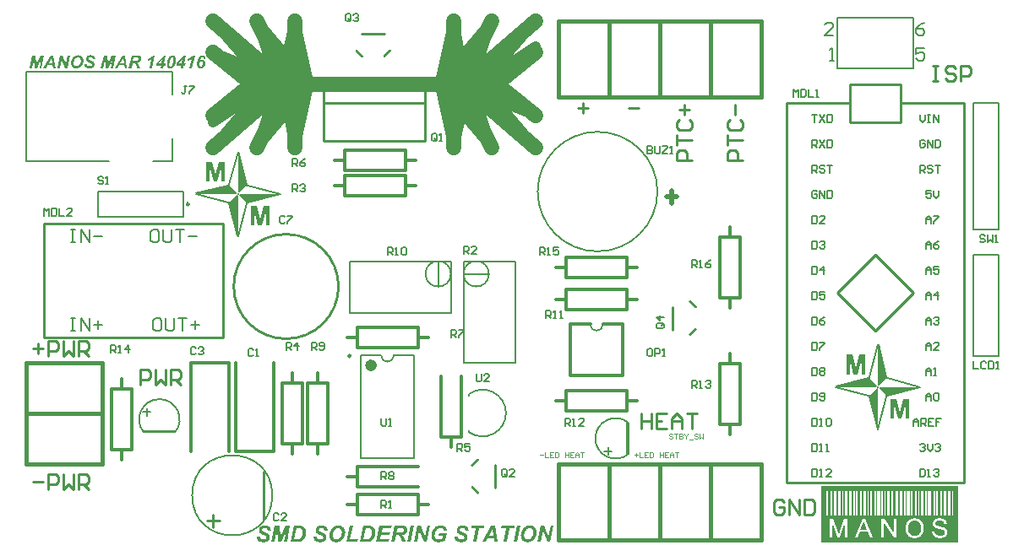
<source format=gto>
%FSLAX25Y25*%
%MOIN*%
G70*
G01*
G75*
%ADD10C,0.02500*%
%ADD11C,0.01500*%
%ADD12C,0.10000*%
%ADD13O,0.07874X0.17716*%
%ADD14O,0.15748X0.07874*%
%ADD15C,0.06500*%
%ADD16C,0.11811*%
%ADD17R,0.05906X0.05906*%
%ADD18C,0.05906*%
%ADD19C,0.08661*%
%ADD20C,0.07087*%
%ADD21R,0.07087X0.07087*%
%ADD22R,0.05906X0.05906*%
%ADD23C,0.06693*%
%ADD24R,0.08000X0.06000*%
%ADD25O,0.08000X0.06000*%
%ADD26O,0.07874X0.03937*%
%ADD27O,0.07874X0.03937*%
%ADD28O,0.08661X0.07087*%
%ADD29C,0.06299*%
%ADD30R,0.06299X0.06299*%
%ADD31O,0.07087X0.08661*%
%ADD32R,0.07284X0.07284*%
%ADD33C,0.07284*%
%ADD34C,0.07874*%
%ADD35R,0.07874X0.07874*%
%ADD36R,0.06299X0.06299*%
%ADD37C,0.05000*%
%ADD38R,0.00787X0.00787*%
%ADD39C,0.00787*%
%ADD40C,0.01000*%
%ADD41C,0.00984*%
%ADD42C,0.02362*%
%ADD43C,0.01200*%
%ADD44C,0.02000*%
%ADD45C,0.05906*%
%ADD46C,0.01969*%
%ADD47C,0.03937*%
%ADD48C,0.00500*%
%ADD49C,0.00400*%
%ADD50C,0.00800*%
%ADD51C,0.00700*%
%ADD52R,0.20000X0.25000*%
G36*
X135205Y7981D02*
X135363D01*
X135492Y7972D01*
X135538D01*
X135585Y7963D01*
X135603D01*
X135649Y7954D01*
X135723Y7944D01*
X135825Y7926D01*
X135936Y7907D01*
X136056Y7880D01*
X136297Y7796D01*
X136315Y7787D01*
X136352Y7778D01*
X136408Y7750D01*
X136491Y7713D01*
X136574Y7658D01*
X136676Y7602D01*
X136769Y7537D01*
X136870Y7454D01*
X136880Y7445D01*
X136917Y7417D01*
X136963Y7371D01*
X137028Y7306D01*
X137092Y7232D01*
X137166Y7140D01*
X137240Y7038D01*
X137314Y6927D01*
X137324Y6918D01*
X137342Y6871D01*
X137379Y6807D01*
X137416Y6723D01*
X137462Y6622D01*
X137518Y6501D01*
X137564Y6363D01*
X137601Y6215D01*
X137610Y6196D01*
X137620Y6141D01*
X137638Y6057D01*
X137657Y5956D01*
X137675Y5826D01*
X137684Y5669D01*
X137703Y5512D01*
Y5336D01*
Y5327D01*
Y5290D01*
Y5234D01*
X137694Y5160D01*
Y5068D01*
X137684Y4966D01*
X137666Y4846D01*
X137657Y4716D01*
X137629Y4577D01*
X137610Y4429D01*
X137536Y4124D01*
X137435Y3810D01*
X137379Y3652D01*
X137305Y3495D01*
Y3486D01*
X137287Y3458D01*
X137268Y3421D01*
X137231Y3366D01*
X137194Y3292D01*
X137148Y3218D01*
X137028Y3033D01*
X136889Y2829D01*
X136713Y2616D01*
X136519Y2413D01*
X136306Y2219D01*
X136297D01*
X136288Y2200D01*
X136260Y2182D01*
X136223Y2163D01*
X136177Y2126D01*
X136121Y2098D01*
X135982Y2015D01*
X135816Y1932D01*
X135612Y1839D01*
X135381Y1756D01*
X135122Y1682D01*
X135104D01*
X135076Y1673D01*
X135048Y1664D01*
X135002D01*
X134946Y1654D01*
X134882Y1645D01*
X134808Y1636D01*
X134724Y1627D01*
X134632Y1617D01*
X134530Y1608D01*
X134410D01*
X134290Y1599D01*
X134151Y1590D01*
X131598D01*
X132939Y7991D01*
X135048D01*
X135205Y7981D01*
D02*
G37*
G36*
X20605Y193882D02*
X20685Y193875D01*
X20780Y193860D01*
X20882Y193839D01*
X20991Y193817D01*
X21115Y193787D01*
X21239Y193751D01*
X21363Y193700D01*
X21487Y193642D01*
X21618Y193576D01*
X21735Y193496D01*
X21859Y193408D01*
X21968Y193306D01*
X21975Y193299D01*
X21990Y193277D01*
X22019Y193248D01*
X22056Y193197D01*
X22099Y193139D01*
X22151Y193073D01*
X22201Y192985D01*
X22260Y192891D01*
X22311Y192789D01*
X22362Y192672D01*
X22413Y192541D01*
X22457Y192402D01*
X22493Y192256D01*
X22522Y192096D01*
X22537Y191929D01*
X22544Y191753D01*
Y191746D01*
Y191717D01*
Y191673D01*
X22537Y191615D01*
X22530Y191549D01*
X22522Y191462D01*
X22515Y191367D01*
X22500Y191265D01*
X22479Y191148D01*
X22449Y191024D01*
X22384Y190769D01*
X22340Y190631D01*
X22289Y190492D01*
X22231Y190347D01*
X22165Y190208D01*
X22158Y190201D01*
X22151Y190172D01*
X22129Y190135D01*
X22099Y190084D01*
X22056Y190018D01*
X22012Y189953D01*
X21961Y189873D01*
X21895Y189785D01*
X21830Y189690D01*
X21749Y189596D01*
X21669Y189501D01*
X21575Y189406D01*
X21378Y189224D01*
X21261Y189136D01*
X21145Y189056D01*
X21137Y189049D01*
X21115Y189042D01*
X21079Y189020D01*
X21035Y188991D01*
X20969Y188962D01*
X20897Y188932D01*
X20816Y188896D01*
X20722Y188859D01*
X20620Y188816D01*
X20510Y188779D01*
X20386Y188750D01*
X20262Y188721D01*
X19985Y188670D01*
X19847Y188663D01*
X19694Y188655D01*
X19628D01*
X19577Y188663D01*
X19519D01*
X19446Y188670D01*
X19366Y188684D01*
X19278Y188699D01*
X19096Y188735D01*
X18892Y188794D01*
X18695Y188874D01*
X18600Y188918D01*
X18506Y188976D01*
X18498Y188983D01*
X18484Y188991D01*
X18462Y189013D01*
X18425Y189034D01*
X18345Y189100D01*
X18243Y189195D01*
X18134Y189311D01*
X18024Y189450D01*
X17922Y189603D01*
X17835Y189771D01*
Y189778D01*
X17828Y189793D01*
X17820Y189814D01*
X17806Y189851D01*
X17791Y189895D01*
X17769Y189946D01*
X17740Y190069D01*
X17704Y190215D01*
X17667Y190376D01*
X17645Y190543D01*
X17638Y190726D01*
Y190733D01*
Y190747D01*
Y190769D01*
Y190806D01*
X17645Y190842D01*
Y190893D01*
X17652Y191010D01*
X17667Y191156D01*
X17696Y191316D01*
X17726Y191491D01*
X17769Y191673D01*
Y191681D01*
X17776Y191702D01*
X17791Y191739D01*
X17806Y191783D01*
X17820Y191841D01*
X17842Y191907D01*
X17871Y191987D01*
X17900Y192067D01*
X17973Y192249D01*
X18068Y192439D01*
X18177Y192636D01*
X18301Y192825D01*
X18309Y192832D01*
X18316Y192847D01*
X18338Y192869D01*
X18367Y192905D01*
X18403Y192949D01*
X18447Y192993D01*
X18549Y193102D01*
X18680Y193226D01*
X18834Y193357D01*
X19008Y193481D01*
X19205Y193598D01*
X19213D01*
X19227Y193613D01*
X19264Y193627D01*
X19300Y193642D01*
X19351Y193664D01*
X19417Y193693D01*
X19490Y193714D01*
X19570Y193744D01*
X19657Y193773D01*
X19752Y193795D01*
X19963Y193846D01*
X20197Y193875D01*
X20452Y193889D01*
X20539D01*
X20605Y193882D01*
D02*
G37*
G36*
X143910Y6918D02*
X140478D01*
X140163Y5475D01*
X143484D01*
X143262Y4402D01*
X139923D01*
X139544Y2663D01*
X143271D01*
X143040Y1590D01*
X138045D01*
X139386Y7991D01*
X144132D01*
X143910Y6918D01*
D02*
G37*
G36*
X151717Y1590D02*
X150412D01*
X151754Y7991D01*
X153067D01*
X151717Y1590D01*
D02*
G37*
G36*
X148461Y7981D02*
X148627Y7972D01*
X148812Y7954D01*
X148997Y7926D01*
X149182Y7889D01*
X149349Y7833D01*
X149358D01*
X149367Y7824D01*
X149413Y7806D01*
X149487Y7769D01*
X149580Y7713D01*
X149691Y7630D01*
X149802Y7537D01*
X149904Y7417D01*
X150005Y7278D01*
X150015Y7260D01*
X150042Y7204D01*
X150089Y7121D01*
X150135Y7010D01*
X150181Y6871D01*
X150227Y6705D01*
X150255Y6511D01*
X150264Y6307D01*
Y6298D01*
Y6270D01*
Y6233D01*
X150255Y6168D01*
X150246Y6104D01*
X150237Y6020D01*
X150227Y5928D01*
X150200Y5835D01*
X150144Y5623D01*
X150061Y5391D01*
X150005Y5280D01*
X149941Y5169D01*
X149857Y5058D01*
X149774Y4957D01*
X149765Y4947D01*
X149756Y4938D01*
X149719Y4910D01*
X149682Y4873D01*
X149626Y4827D01*
X149571Y4781D01*
X149497Y4735D01*
X149404Y4679D01*
X149312Y4624D01*
X149201Y4568D01*
X149080Y4513D01*
X148942Y4457D01*
X148803Y4411D01*
X148646Y4374D01*
X148470Y4337D01*
X148294Y4309D01*
X148303Y4300D01*
X148340Y4272D01*
X148387Y4217D01*
X148451Y4152D01*
X148516Y4059D01*
X148599Y3958D01*
X148683Y3837D01*
X148766Y3708D01*
X148775Y3699D01*
X148784Y3671D01*
X148812Y3634D01*
X148840Y3569D01*
X148886Y3495D01*
X148932Y3403D01*
X148988Y3292D01*
X149053Y3162D01*
X149127Y3023D01*
X149201Y2866D01*
X149284Y2690D01*
X149367Y2496D01*
X149460Y2293D01*
X149552Y2071D01*
X149654Y1839D01*
X149756Y1590D01*
X148340D01*
Y1599D01*
X148331Y1617D01*
X148322Y1645D01*
X148303Y1691D01*
X148285Y1747D01*
X148257Y1821D01*
X148229Y1904D01*
X148192Y2006D01*
X148146Y2117D01*
X148100Y2237D01*
X148044Y2376D01*
X147980Y2524D01*
X147915Y2690D01*
X147841Y2875D01*
X147758Y3070D01*
X147665Y3273D01*
Y3282D01*
X147656Y3301D01*
X147637Y3329D01*
X147619Y3375D01*
X147563Y3477D01*
X147489Y3606D01*
X147406Y3745D01*
X147314Y3884D01*
X147203Y4013D01*
X147147Y4059D01*
X147092Y4106D01*
X147082Y4115D01*
X147055Y4124D01*
X147008Y4143D01*
X146944Y4170D01*
X146851Y4198D01*
X146740Y4217D01*
X146601Y4226D01*
X146435Y4235D01*
X145898D01*
X145343Y1590D01*
X144039D01*
X145380Y7991D01*
X148396D01*
X148461Y7981D01*
D02*
G37*
G36*
X57748Y193817D02*
X57799Y193809D01*
X57857Y193802D01*
X58003Y193766D01*
X58163Y193714D01*
X58243Y193678D01*
X58331Y193634D01*
X58411Y193583D01*
X58498Y193518D01*
X58579Y193452D01*
X58652Y193372D01*
X58659Y193365D01*
X58666Y193350D01*
X58688Y193328D01*
X58717Y193292D01*
X58746Y193241D01*
X58775Y193190D01*
X58812Y193124D01*
X58856Y193044D01*
X58892Y192956D01*
X58929Y192862D01*
X58958Y192752D01*
X58987Y192643D01*
X59016Y192512D01*
X59038Y192380D01*
X59045Y192235D01*
X59052Y192082D01*
Y192074D01*
Y192045D01*
Y192001D01*
X59045Y191943D01*
Y191877D01*
X59038Y191790D01*
X59031Y191695D01*
X59016Y191586D01*
X59001Y191462D01*
X58980Y191338D01*
X58958Y191200D01*
X58929Y191061D01*
X58856Y190755D01*
X58761Y190434D01*
Y190427D01*
X58746Y190398D01*
X58732Y190354D01*
X58710Y190296D01*
X58681Y190223D01*
X58644Y190135D01*
X58600Y190048D01*
X58557Y189946D01*
X58440Y189734D01*
X58309Y189515D01*
X58156Y189304D01*
X58068Y189202D01*
X57981Y189115D01*
X57973Y189107D01*
X57959Y189093D01*
X57930Y189071D01*
X57893Y189042D01*
X57850Y189005D01*
X57791Y188969D01*
X57733Y188925D01*
X57660Y188889D01*
X57492Y188801D01*
X57310Y188728D01*
X57208Y188699D01*
X57099Y188677D01*
X56989Y188663D01*
X56873Y188655D01*
X56814D01*
X56771Y188663D01*
X56720Y188670D01*
X56661Y188677D01*
X56516Y188714D01*
X56355Y188765D01*
X56275Y188801D01*
X56187Y188845D01*
X56100Y188896D01*
X56020Y188954D01*
X55940Y189020D01*
X55859Y189100D01*
X55852Y189107D01*
X55845Y189122D01*
X55823Y189144D01*
X55801Y189180D01*
X55772Y189231D01*
X55735Y189282D01*
X55699Y189348D01*
X55663Y189428D01*
X55626Y189515D01*
X55590Y189610D01*
X55561Y189712D01*
X55524Y189829D01*
X55502Y189953D01*
X55480Y190084D01*
X55473Y190230D01*
X55466Y190383D01*
Y190390D01*
Y190419D01*
Y190456D01*
X55473Y190514D01*
Y190587D01*
X55480Y190667D01*
X55488Y190762D01*
X55495Y190864D01*
X55510Y190973D01*
X55531Y191097D01*
X55575Y191360D01*
X55633Y191637D01*
X55721Y191929D01*
X55728Y191943D01*
X55735Y191972D01*
X55757Y192023D01*
X55779Y192089D01*
X55808Y192169D01*
X55852Y192256D01*
X55896Y192359D01*
X55947Y192468D01*
X56064Y192701D01*
X56202Y192935D01*
X56275Y193051D01*
X56362Y193160D01*
X56450Y193263D01*
X56537Y193357D01*
X56545Y193365D01*
X56559Y193379D01*
X56588Y193401D01*
X56625Y193430D01*
X56669Y193467D01*
X56727Y193503D01*
X56793Y193547D01*
X56866Y193591D01*
X57026Y193678D01*
X57215Y193751D01*
X57317Y193780D01*
X57420Y193802D01*
X57529Y193817D01*
X57645Y193824D01*
X57704D01*
X57748Y193817D01*
D02*
G37*
G36*
X49707Y188750D02*
X48715D01*
X49444Y192242D01*
X49430Y192235D01*
X49393Y192206D01*
X49328Y192169D01*
X49240Y192118D01*
X49138Y192060D01*
X49014Y192001D01*
X48876Y191936D01*
X48730Y191870D01*
X48722D01*
X48715Y191863D01*
X48693Y191856D01*
X48664Y191841D01*
X48584Y191819D01*
X48489Y191783D01*
X48380Y191746D01*
X48256Y191710D01*
X48139Y191673D01*
X48015Y191644D01*
X48205Y192526D01*
X48212D01*
X48219Y192534D01*
X48263Y192548D01*
X48329Y192585D01*
X48416Y192628D01*
X48518Y192679D01*
X48642Y192738D01*
X48781Y192811D01*
X48927Y192898D01*
X49080Y192985D01*
X49240Y193088D01*
X49408Y193197D01*
X49568Y193306D01*
X49729Y193430D01*
X49889Y193554D01*
X50035Y193685D01*
X50173Y193824D01*
X50771D01*
X49707Y188750D01*
D02*
G37*
G36*
X54372Y190609D02*
X54999D01*
X54817Y189778D01*
X54205D01*
X53986Y188750D01*
X53060D01*
X53272Y189778D01*
X51289D01*
X51456Y190594D01*
X54190Y193795D01*
X55043D01*
X54372Y190609D01*
D02*
G37*
G36*
X43926Y193787D02*
X44057Y193780D01*
X44203Y193766D01*
X44348Y193744D01*
X44494Y193714D01*
X44625Y193671D01*
X44633D01*
X44640Y193664D01*
X44677Y193649D01*
X44735Y193620D01*
X44808Y193576D01*
X44895Y193510D01*
X44983Y193438D01*
X45063Y193343D01*
X45143Y193233D01*
X45150Y193219D01*
X45172Y193175D01*
X45209Y193110D01*
X45245Y193022D01*
X45282Y192913D01*
X45318Y192781D01*
X45340Y192628D01*
X45347Y192468D01*
Y192461D01*
Y192439D01*
Y192410D01*
X45340Y192359D01*
X45333Y192308D01*
X45325Y192242D01*
X45318Y192169D01*
X45296Y192096D01*
X45252Y191929D01*
X45187Y191746D01*
X45143Y191659D01*
X45092Y191571D01*
X45026Y191484D01*
X44961Y191404D01*
X44954Y191396D01*
X44946Y191389D01*
X44917Y191367D01*
X44888Y191338D01*
X44844Y191302D01*
X44800Y191265D01*
X44742Y191229D01*
X44669Y191185D01*
X44596Y191141D01*
X44509Y191097D01*
X44414Y191054D01*
X44305Y191010D01*
X44195Y190973D01*
X44071Y190944D01*
X43933Y190915D01*
X43795Y190893D01*
X43802Y190886D01*
X43831Y190864D01*
X43867Y190820D01*
X43918Y190769D01*
X43970Y190697D01*
X44035Y190616D01*
X44101Y190522D01*
X44166Y190419D01*
X44174Y190412D01*
X44181Y190390D01*
X44203Y190361D01*
X44225Y190310D01*
X44261Y190252D01*
X44298Y190179D01*
X44341Y190091D01*
X44392Y189989D01*
X44451Y189880D01*
X44509Y189756D01*
X44574Y189618D01*
X44640Y189464D01*
X44713Y189304D01*
X44786Y189129D01*
X44866Y188947D01*
X44946Y188750D01*
X43831D01*
Y188757D01*
X43824Y188772D01*
X43816Y188794D01*
X43802Y188830D01*
X43787Y188874D01*
X43765Y188932D01*
X43744Y188998D01*
X43714Y189078D01*
X43678Y189166D01*
X43641Y189260D01*
X43598Y189370D01*
X43547Y189486D01*
X43496Y189618D01*
X43437Y189763D01*
X43372Y189917D01*
X43299Y190077D01*
Y190084D01*
X43292Y190099D01*
X43277Y190121D01*
X43262Y190157D01*
X43219Y190237D01*
X43160Y190339D01*
X43095Y190449D01*
X43022Y190558D01*
X42934Y190660D01*
X42891Y190697D01*
X42847Y190733D01*
X42840Y190740D01*
X42818Y190747D01*
X42781Y190762D01*
X42730Y190784D01*
X42657Y190806D01*
X42570Y190820D01*
X42460Y190828D01*
X42329Y190835D01*
X41906D01*
X41469Y188750D01*
X40441D01*
X41498Y193795D01*
X43875D01*
X43926Y193787D01*
D02*
G37*
G36*
X11587Y188750D02*
X10603D01*
X10435Y189865D01*
X8438D01*
X7833Y188750D01*
X6769D01*
X9604Y193795D01*
X10778D01*
X11587Y188750D01*
D02*
G37*
G36*
X39785D02*
X38801D01*
X38633Y189865D01*
X36636D01*
X36031Y188750D01*
X34966D01*
X37802Y193795D01*
X38976D01*
X39785Y188750D01*
D02*
G37*
G36*
X180577Y6918D02*
X178708D01*
X177598Y1590D01*
X176285D01*
X177395Y6918D01*
X175526D01*
X175739Y7991D01*
X180789D01*
X180577Y6918D01*
D02*
G37*
G36*
X94265Y8102D02*
X94357Y8092D01*
X94468Y8083D01*
X94589Y8065D01*
X94718Y8046D01*
X95005Y7981D01*
X95153Y7935D01*
X95292Y7889D01*
X95440Y7824D01*
X95578Y7750D01*
X95708Y7667D01*
X95828Y7574D01*
X95837Y7565D01*
X95856Y7547D01*
X95884Y7519D01*
X95930Y7482D01*
X95976Y7426D01*
X96032Y7362D01*
X96087Y7288D01*
X96143Y7204D01*
X96207Y7103D01*
X96272Y7001D01*
X96328Y6881D01*
X96383Y6760D01*
X96429Y6622D01*
X96466Y6483D01*
X96494Y6326D01*
X96513Y6168D01*
X95255Y6113D01*
Y6122D01*
Y6131D01*
X95245Y6187D01*
X95218Y6270D01*
X95190Y6372D01*
X95144Y6483D01*
X95088Y6603D01*
X95014Y6714D01*
X94912Y6816D01*
X94903Y6825D01*
X94857Y6853D01*
X94792Y6899D01*
X94700Y6945D01*
X94589Y6982D01*
X94441Y7029D01*
X94265Y7056D01*
X94071Y7066D01*
X93978D01*
X93886Y7056D01*
X93765Y7038D01*
X93645Y7019D01*
X93516Y6982D01*
X93395Y6936D01*
X93294Y6871D01*
X93284Y6862D01*
X93257Y6834D01*
X93220Y6797D01*
X93183Y6742D01*
X93136Y6668D01*
X93099Y6585D01*
X93072Y6483D01*
X93062Y6381D01*
Y6372D01*
Y6335D01*
X93072Y6289D01*
X93090Y6224D01*
X93118Y6150D01*
X93155Y6076D01*
X93201Y6002D01*
X93275Y5928D01*
X93284Y5919D01*
X93321Y5891D01*
X93377Y5854D01*
X93469Y5798D01*
X93534Y5761D01*
X93599Y5724D01*
X93673Y5678D01*
X93765Y5632D01*
X93858Y5586D01*
X93969Y5530D01*
X94089Y5475D01*
X94219Y5419D01*
X94228Y5410D01*
X94265Y5401D01*
X94320Y5373D01*
X94394Y5345D01*
X94487Y5299D01*
X94589Y5253D01*
X94811Y5142D01*
X95051Y5021D01*
X95282Y4892D01*
X95393Y4827D01*
X95486Y4762D01*
X95569Y4698D01*
X95634Y4642D01*
X95643Y4633D01*
X95652Y4624D01*
X95680Y4596D01*
X95708Y4568D01*
X95782Y4466D01*
X95865Y4337D01*
X95948Y4180D01*
X96013Y3985D01*
X96069Y3763D01*
X96078Y3652D01*
X96087Y3523D01*
Y3514D01*
Y3486D01*
Y3440D01*
X96078Y3384D01*
X96069Y3310D01*
X96050Y3218D01*
X96032Y3125D01*
X96004Y3023D01*
X95967Y2912D01*
X95921Y2792D01*
X95865Y2672D01*
X95800Y2552D01*
X95726Y2431D01*
X95634Y2302D01*
X95532Y2191D01*
X95412Y2071D01*
X95403Y2061D01*
X95384Y2043D01*
X95338Y2015D01*
X95292Y1978D01*
X95218Y1932D01*
X95134Y1876D01*
X95042Y1830D01*
X94922Y1775D01*
X94801Y1710D01*
X94663Y1664D01*
X94505Y1608D01*
X94339Y1562D01*
X94163Y1525D01*
X93969Y1497D01*
X93765Y1479D01*
X93543Y1469D01*
X93405D01*
X93331Y1479D01*
X93247Y1488D01*
X93155D01*
X93053Y1506D01*
X92831Y1534D01*
X92591Y1580D01*
X92341Y1645D01*
X92110Y1738D01*
X92100D01*
X92082Y1747D01*
X92054Y1765D01*
X92008Y1793D01*
X91906Y1849D01*
X91777Y1941D01*
X91638Y2043D01*
X91499Y2182D01*
X91370Y2330D01*
X91259Y2505D01*
Y2515D01*
X91249Y2524D01*
X91240Y2552D01*
X91222Y2598D01*
X91203Y2644D01*
X91185Y2700D01*
X91138Y2838D01*
X91092Y3005D01*
X91055Y3199D01*
X91037Y3412D01*
X91027Y3643D01*
X92285Y3717D01*
Y3708D01*
Y3689D01*
Y3662D01*
X92295Y3625D01*
X92304Y3514D01*
X92322Y3393D01*
X92341Y3255D01*
X92378Y3116D01*
X92424Y2996D01*
X92489Y2903D01*
X92507Y2885D01*
X92544Y2848D01*
X92618Y2801D01*
X92729Y2737D01*
X92794Y2709D01*
X92877Y2672D01*
X92961Y2644D01*
X93062Y2626D01*
X93164Y2598D01*
X93284Y2589D01*
X93414Y2570D01*
X93654D01*
X93710Y2579D01*
X93775D01*
X93913Y2598D01*
X94061Y2626D01*
X94219Y2672D01*
X94367Y2727D01*
X94487Y2801D01*
X94496Y2811D01*
X94533Y2838D01*
X94579Y2894D01*
X94635Y2959D01*
X94690Y3042D01*
X94737Y3134D01*
X94774Y3236D01*
X94783Y3356D01*
Y3366D01*
Y3403D01*
X94774Y3458D01*
X94755Y3523D01*
X94727Y3597D01*
X94681Y3680D01*
X94626Y3763D01*
X94542Y3837D01*
X94533Y3847D01*
X94505Y3865D01*
X94450Y3902D01*
X94367Y3948D01*
X94311Y3985D01*
X94246Y4022D01*
X94172Y4059D01*
X94089Y4096D01*
X93987Y4143D01*
X93886Y4198D01*
X93756Y4254D01*
X93627Y4309D01*
X93617D01*
X93590Y4328D01*
X93553Y4337D01*
X93506Y4365D01*
X93442Y4392D01*
X93368Y4420D01*
X93210Y4494D01*
X93035Y4587D01*
X92850Y4670D01*
X92683Y4762D01*
X92600Y4809D01*
X92535Y4846D01*
X92517Y4855D01*
X92480Y4883D01*
X92415Y4938D01*
X92341Y5003D01*
X92258Y5077D01*
X92165Y5179D01*
X92082Y5290D01*
X91999Y5410D01*
X91989Y5428D01*
X91971Y5475D01*
X91934Y5549D01*
X91906Y5641D01*
X91869Y5761D01*
X91832Y5900D01*
X91814Y6057D01*
X91804Y6224D01*
Y6233D01*
Y6261D01*
Y6307D01*
X91814Y6363D01*
X91823Y6427D01*
X91832Y6511D01*
X91851Y6603D01*
X91878Y6696D01*
X91943Y6908D01*
X91999Y7019D01*
X92054Y7140D01*
X92119Y7251D01*
X92193Y7362D01*
X92285Y7473D01*
X92387Y7574D01*
X92396Y7584D01*
X92415Y7602D01*
X92452Y7621D01*
X92498Y7658D01*
X92554Y7695D01*
X92628Y7741D01*
X92720Y7796D01*
X92822Y7843D01*
X92933Y7889D01*
X93053Y7944D01*
X93192Y7991D01*
X93349Y8028D01*
X93516Y8065D01*
X93691Y8092D01*
X93876Y8102D01*
X94080Y8111D01*
X94191D01*
X94265Y8102D01*
D02*
G37*
G36*
X163575D02*
X163668Y8092D01*
X163779Y8083D01*
X163899Y8065D01*
X164028Y8046D01*
X164315Y7981D01*
X164611Y7889D01*
X164759Y7833D01*
X164898Y7769D01*
X165037Y7685D01*
X165166Y7593D01*
X165175Y7584D01*
X165194Y7565D01*
X165231Y7537D01*
X165277Y7500D01*
X165333Y7445D01*
X165388Y7380D01*
X165462Y7297D01*
X165536Y7214D01*
X165610Y7112D01*
X165684Y7001D01*
X165758Y6881D01*
X165832Y6742D01*
X165897Y6594D01*
X165962Y6437D01*
X166017Y6270D01*
X166063Y6094D01*
X164833Y5956D01*
Y5965D01*
X164824Y5983D01*
X164815Y6011D01*
X164805Y6048D01*
X164759Y6141D01*
X164704Y6261D01*
X164630Y6390D01*
X164537Y6529D01*
X164435Y6659D01*
X164306Y6770D01*
X164287Y6779D01*
X164241Y6816D01*
X164167Y6862D01*
X164056Y6908D01*
X163927Y6964D01*
X163769Y7001D01*
X163594Y7038D01*
X163399Y7047D01*
X163335D01*
X163298Y7038D01*
X163233D01*
X163168Y7029D01*
X163020Y7001D01*
X162835Y6964D01*
X162641Y6899D01*
X162437Y6816D01*
X162234Y6705D01*
X162225D01*
X162215Y6686D01*
X162188Y6668D01*
X162151Y6640D01*
X162049Y6566D01*
X161929Y6455D01*
X161799Y6307D01*
X161660Y6131D01*
X161522Y5919D01*
X161401Y5669D01*
Y5660D01*
X161392Y5641D01*
X161374Y5604D01*
X161355Y5549D01*
X161337Y5484D01*
X161309Y5410D01*
X161281Y5317D01*
X161253Y5216D01*
X161226Y5114D01*
X161198Y4994D01*
X161152Y4735D01*
X161115Y4457D01*
X161105Y4152D01*
Y4143D01*
Y4115D01*
Y4078D01*
X161115Y4022D01*
Y3948D01*
X161124Y3874D01*
X161152Y3699D01*
X161198Y3504D01*
X161253Y3301D01*
X161346Y3116D01*
X161401Y3023D01*
X161466Y2949D01*
X161485Y2931D01*
X161531Y2894D01*
X161623Y2829D01*
X161744Y2764D01*
X161892Y2690D01*
X162077Y2626D01*
X162299Y2589D01*
X162548Y2570D01*
X162622D01*
X162706Y2579D01*
X162817Y2589D01*
X162946Y2598D01*
X163094Y2626D01*
X163251Y2653D01*
X163418Y2690D01*
X163427D01*
X163436Y2700D01*
X163492Y2709D01*
X163575Y2737D01*
X163677Y2774D01*
X163797Y2811D01*
X163927Y2866D01*
X164056Y2922D01*
X164186Y2977D01*
X164389Y3939D01*
X162752D01*
X162974Y5012D01*
X165832D01*
X165259Y2246D01*
X165249D01*
X165240Y2228D01*
X165203Y2219D01*
X165166Y2191D01*
X165120Y2163D01*
X165055Y2135D01*
X164990Y2098D01*
X164916Y2052D01*
X164731Y1969D01*
X164519Y1876D01*
X164278Y1784D01*
X164010Y1691D01*
X164001D01*
X163973Y1682D01*
X163936Y1673D01*
X163880Y1654D01*
X163816Y1636D01*
X163742Y1617D01*
X163649Y1599D01*
X163547Y1580D01*
X163325Y1543D01*
X163066Y1506D01*
X162798Y1479D01*
X162511Y1469D01*
X162400D01*
X162317Y1479D01*
X162215Y1488D01*
X162104Y1497D01*
X161975Y1516D01*
X161836Y1534D01*
X161549Y1599D01*
X161392Y1645D01*
X161244Y1701D01*
X161096Y1756D01*
X160948Y1830D01*
X160819Y1913D01*
X160689Y2006D01*
X160680Y2015D01*
X160652Y2043D01*
X160606Y2080D01*
X160560Y2145D01*
X160486Y2219D01*
X160421Y2311D01*
X160338Y2422D01*
X160264Y2542D01*
X160180Y2690D01*
X160097Y2848D01*
X160032Y3023D01*
X159968Y3208D01*
X159912Y3421D01*
X159866Y3643D01*
X159838Y3884D01*
X159829Y4133D01*
Y4143D01*
Y4180D01*
Y4226D01*
X159838Y4291D01*
Y4383D01*
X159847Y4476D01*
X159857Y4587D01*
X159875Y4716D01*
X159894Y4846D01*
X159921Y4984D01*
X159986Y5290D01*
X160079Y5613D01*
X160199Y5937D01*
X160208Y5946D01*
X160217Y5983D01*
X160245Y6039D01*
X160282Y6104D01*
X160328Y6196D01*
X160384Y6289D01*
X160449Y6400D01*
X160523Y6520D01*
X160606Y6649D01*
X160698Y6779D01*
X160800Y6908D01*
X160920Y7047D01*
X161170Y7306D01*
X161309Y7426D01*
X161457Y7537D01*
X161466Y7547D01*
X161494Y7565D01*
X161540Y7593D01*
X161605Y7630D01*
X161679Y7667D01*
X161781Y7722D01*
X161882Y7769D01*
X162012Y7824D01*
X162141Y7880D01*
X162289Y7926D01*
X162447Y7981D01*
X162622Y8018D01*
X162798Y8055D01*
X162992Y8083D01*
X163187Y8102D01*
X163390Y8111D01*
X163501D01*
X163575Y8102D01*
D02*
G37*
G36*
X116631D02*
X116724Y8092D01*
X116835Y8083D01*
X116955Y8065D01*
X117085Y8046D01*
X117371Y7981D01*
X117519Y7935D01*
X117658Y7889D01*
X117806Y7824D01*
X117945Y7750D01*
X118074Y7667D01*
X118195Y7574D01*
X118204Y7565D01*
X118222Y7547D01*
X118250Y7519D01*
X118296Y7482D01*
X118343Y7426D01*
X118398Y7362D01*
X118454Y7288D01*
X118509Y7204D01*
X118574Y7103D01*
X118639Y7001D01*
X118694Y6881D01*
X118750Y6760D01*
X118796Y6622D01*
X118833Y6483D01*
X118861Y6326D01*
X118879Y6168D01*
X117621Y6113D01*
Y6122D01*
Y6131D01*
X117612Y6187D01*
X117584Y6270D01*
X117556Y6372D01*
X117510Y6483D01*
X117455Y6603D01*
X117381Y6714D01*
X117279Y6816D01*
X117270Y6825D01*
X117223Y6853D01*
X117159Y6899D01*
X117066Y6945D01*
X116955Y6982D01*
X116807Y7029D01*
X116631Y7056D01*
X116437Y7066D01*
X116345D01*
X116252Y7056D01*
X116132Y7038D01*
X116012Y7019D01*
X115882Y6982D01*
X115762Y6936D01*
X115660Y6871D01*
X115651Y6862D01*
X115623Y6834D01*
X115586Y6797D01*
X115549Y6742D01*
X115503Y6668D01*
X115466Y6585D01*
X115438Y6483D01*
X115429Y6381D01*
Y6372D01*
Y6335D01*
X115438Y6289D01*
X115457Y6224D01*
X115484Y6150D01*
X115521Y6076D01*
X115568Y6002D01*
X115642Y5928D01*
X115651Y5919D01*
X115688Y5891D01*
X115743Y5854D01*
X115836Y5798D01*
X115901Y5761D01*
X115965Y5724D01*
X116039Y5678D01*
X116132Y5632D01*
X116224Y5586D01*
X116335Y5530D01*
X116456Y5475D01*
X116585Y5419D01*
X116594Y5410D01*
X116631Y5401D01*
X116687Y5373D01*
X116761Y5345D01*
X116853Y5299D01*
X116955Y5253D01*
X117177Y5142D01*
X117418Y5021D01*
X117649Y4892D01*
X117760Y4827D01*
X117852Y4762D01*
X117936Y4698D01*
X118000Y4642D01*
X118010Y4633D01*
X118019Y4624D01*
X118047Y4596D01*
X118074Y4568D01*
X118148Y4466D01*
X118232Y4337D01*
X118315Y4180D01*
X118380Y3985D01*
X118435Y3763D01*
X118444Y3652D01*
X118454Y3523D01*
Y3514D01*
Y3486D01*
Y3440D01*
X118444Y3384D01*
X118435Y3310D01*
X118417Y3218D01*
X118398Y3125D01*
X118370Y3023D01*
X118333Y2912D01*
X118287Y2792D01*
X118232Y2672D01*
X118167Y2552D01*
X118093Y2431D01*
X118000Y2302D01*
X117899Y2191D01*
X117778Y2071D01*
X117769Y2061D01*
X117751Y2043D01*
X117704Y2015D01*
X117658Y1978D01*
X117584Y1932D01*
X117501Y1876D01*
X117408Y1830D01*
X117288Y1775D01*
X117168Y1710D01*
X117029Y1664D01*
X116872Y1608D01*
X116705Y1562D01*
X116530Y1525D01*
X116335Y1497D01*
X116132Y1479D01*
X115910Y1469D01*
X115771D01*
X115697Y1479D01*
X115614Y1488D01*
X115521D01*
X115420Y1506D01*
X115198Y1534D01*
X114957Y1580D01*
X114707Y1645D01*
X114476Y1738D01*
X114467D01*
X114448Y1747D01*
X114421Y1765D01*
X114374Y1793D01*
X114273Y1849D01*
X114143Y1941D01*
X114004Y2043D01*
X113866Y2182D01*
X113736Y2330D01*
X113625Y2505D01*
Y2515D01*
X113616Y2524D01*
X113607Y2552D01*
X113588Y2598D01*
X113570Y2644D01*
X113551Y2700D01*
X113505Y2838D01*
X113459Y3005D01*
X113422Y3199D01*
X113403Y3412D01*
X113394Y3643D01*
X114652Y3717D01*
Y3708D01*
Y3689D01*
Y3662D01*
X114661Y3625D01*
X114670Y3514D01*
X114689Y3393D01*
X114707Y3255D01*
X114744Y3116D01*
X114791Y2996D01*
X114855Y2903D01*
X114874Y2885D01*
X114911Y2848D01*
X114985Y2801D01*
X115096Y2737D01*
X115161Y2709D01*
X115244Y2672D01*
X115327Y2644D01*
X115429Y2626D01*
X115531Y2598D01*
X115651Y2589D01*
X115780Y2570D01*
X116021D01*
X116076Y2579D01*
X116141D01*
X116280Y2598D01*
X116428Y2626D01*
X116585Y2672D01*
X116733Y2727D01*
X116853Y2801D01*
X116863Y2811D01*
X116900Y2838D01*
X116946Y2894D01*
X117001Y2959D01*
X117057Y3042D01*
X117103Y3134D01*
X117140Y3236D01*
X117149Y3356D01*
Y3366D01*
Y3403D01*
X117140Y3458D01*
X117122Y3523D01*
X117094Y3597D01*
X117048Y3680D01*
X116992Y3763D01*
X116909Y3837D01*
X116900Y3847D01*
X116872Y3865D01*
X116816Y3902D01*
X116733Y3948D01*
X116678Y3985D01*
X116613Y4022D01*
X116539Y4059D01*
X116456Y4096D01*
X116354Y4143D01*
X116252Y4198D01*
X116123Y4254D01*
X115993Y4309D01*
X115984D01*
X115956Y4328D01*
X115919Y4337D01*
X115873Y4365D01*
X115808Y4392D01*
X115734Y4420D01*
X115577Y4494D01*
X115401Y4587D01*
X115216Y4670D01*
X115050Y4762D01*
X114966Y4809D01*
X114902Y4846D01*
X114883Y4855D01*
X114846Y4883D01*
X114781Y4938D01*
X114707Y5003D01*
X114624Y5077D01*
X114532Y5179D01*
X114448Y5290D01*
X114365Y5410D01*
X114356Y5428D01*
X114337Y5475D01*
X114300Y5549D01*
X114273Y5641D01*
X114236Y5761D01*
X114199Y5900D01*
X114180Y6057D01*
X114171Y6224D01*
Y6233D01*
Y6261D01*
Y6307D01*
X114180Y6363D01*
X114189Y6427D01*
X114199Y6511D01*
X114217Y6603D01*
X114245Y6696D01*
X114310Y6908D01*
X114365Y7019D01*
X114421Y7140D01*
X114485Y7251D01*
X114559Y7362D01*
X114652Y7473D01*
X114754Y7574D01*
X114763Y7584D01*
X114781Y7602D01*
X114818Y7621D01*
X114865Y7658D01*
X114920Y7695D01*
X114994Y7741D01*
X115087Y7796D01*
X115188Y7843D01*
X115299Y7889D01*
X115420Y7944D01*
X115558Y7991D01*
X115716Y8028D01*
X115882Y8065D01*
X116058Y8092D01*
X116243Y8102D01*
X116446Y8111D01*
X116557D01*
X116631Y8102D01*
D02*
G37*
G36*
X367711Y1250D02*
X313750D01*
Y23750D01*
X367711D01*
Y1250D01*
D02*
G37*
G36*
X172289Y8102D02*
X172381Y8092D01*
X172492Y8083D01*
X172612Y8065D01*
X172742Y8046D01*
X173029Y7981D01*
X173177Y7935D01*
X173315Y7889D01*
X173463Y7824D01*
X173602Y7750D01*
X173732Y7667D01*
X173852Y7574D01*
X173861Y7565D01*
X173880Y7547D01*
X173907Y7519D01*
X173954Y7482D01*
X174000Y7426D01*
X174055Y7362D01*
X174111Y7288D01*
X174166Y7204D01*
X174231Y7103D01*
X174296Y7001D01*
X174351Y6881D01*
X174407Y6760D01*
X174453Y6622D01*
X174490Y6483D01*
X174518Y6326D01*
X174536Y6168D01*
X173278Y6113D01*
Y6122D01*
Y6131D01*
X173269Y6187D01*
X173241Y6270D01*
X173214Y6372D01*
X173167Y6483D01*
X173112Y6603D01*
X173038Y6714D01*
X172936Y6816D01*
X172927Y6825D01*
X172881Y6853D01*
X172816Y6899D01*
X172723Y6945D01*
X172612Y6982D01*
X172464Y7029D01*
X172289Y7056D01*
X172094Y7066D01*
X172002D01*
X171909Y7056D01*
X171789Y7038D01*
X171669Y7019D01*
X171539Y6982D01*
X171419Y6936D01*
X171317Y6871D01*
X171308Y6862D01*
X171280Y6834D01*
X171243Y6797D01*
X171206Y6742D01*
X171160Y6668D01*
X171123Y6585D01*
X171095Y6483D01*
X171086Y6381D01*
Y6372D01*
Y6335D01*
X171095Y6289D01*
X171114Y6224D01*
X171142Y6150D01*
X171179Y6076D01*
X171225Y6002D01*
X171299Y5928D01*
X171308Y5919D01*
X171345Y5891D01*
X171401Y5854D01*
X171493Y5798D01*
X171558Y5761D01*
X171623Y5724D01*
X171697Y5678D01*
X171789Y5632D01*
X171882Y5586D01*
X171993Y5530D01*
X172113Y5475D01*
X172242Y5419D01*
X172252Y5410D01*
X172289Y5401D01*
X172344Y5373D01*
X172418Y5345D01*
X172511Y5299D01*
X172612Y5253D01*
X172834Y5142D01*
X173075Y5021D01*
X173306Y4892D01*
X173417Y4827D01*
X173510Y4762D01*
X173593Y4698D01*
X173658Y4642D01*
X173667Y4633D01*
X173676Y4624D01*
X173704Y4596D01*
X173732Y4568D01*
X173806Y4466D01*
X173889Y4337D01*
X173972Y4180D01*
X174037Y3985D01*
X174092Y3763D01*
X174102Y3652D01*
X174111Y3523D01*
Y3514D01*
Y3486D01*
Y3440D01*
X174102Y3384D01*
X174092Y3310D01*
X174074Y3218D01*
X174055Y3125D01*
X174028Y3023D01*
X173991Y2912D01*
X173944Y2792D01*
X173889Y2672D01*
X173824Y2552D01*
X173750Y2431D01*
X173658Y2302D01*
X173556Y2191D01*
X173436Y2071D01*
X173426Y2061D01*
X173408Y2043D01*
X173362Y2015D01*
X173315Y1978D01*
X173241Y1932D01*
X173158Y1876D01*
X173066Y1830D01*
X172945Y1775D01*
X172825Y1710D01*
X172686Y1664D01*
X172529Y1608D01*
X172363Y1562D01*
X172187Y1525D01*
X171993Y1497D01*
X171789Y1479D01*
X171567Y1469D01*
X171428D01*
X171354Y1479D01*
X171271Y1488D01*
X171179D01*
X171077Y1506D01*
X170855Y1534D01*
X170614Y1580D01*
X170365Y1645D01*
X170133Y1738D01*
X170124D01*
X170106Y1747D01*
X170078Y1765D01*
X170032Y1793D01*
X169930Y1849D01*
X169800Y1941D01*
X169662Y2043D01*
X169523Y2182D01*
X169393Y2330D01*
X169282Y2505D01*
Y2515D01*
X169273Y2524D01*
X169264Y2552D01*
X169245Y2598D01*
X169227Y2644D01*
X169208Y2700D01*
X169162Y2838D01*
X169116Y3005D01*
X169079Y3199D01*
X169060Y3412D01*
X169051Y3643D01*
X170309Y3717D01*
Y3708D01*
Y3689D01*
Y3662D01*
X170318Y3625D01*
X170328Y3514D01*
X170346Y3393D01*
X170365Y3255D01*
X170402Y3116D01*
X170448Y2996D01*
X170513Y2903D01*
X170531Y2885D01*
X170568Y2848D01*
X170642Y2801D01*
X170753Y2737D01*
X170818Y2709D01*
X170901Y2672D01*
X170984Y2644D01*
X171086Y2626D01*
X171188Y2598D01*
X171308Y2589D01*
X171438Y2570D01*
X171678D01*
X171734Y2579D01*
X171798D01*
X171937Y2598D01*
X172085Y2626D01*
X172242Y2672D01*
X172390Y2727D01*
X172511Y2801D01*
X172520Y2811D01*
X172557Y2838D01*
X172603Y2894D01*
X172659Y2959D01*
X172714Y3042D01*
X172760Y3134D01*
X172797Y3236D01*
X172807Y3356D01*
Y3366D01*
Y3403D01*
X172797Y3458D01*
X172779Y3523D01*
X172751Y3597D01*
X172705Y3680D01*
X172649Y3763D01*
X172566Y3837D01*
X172557Y3847D01*
X172529Y3865D01*
X172474Y3902D01*
X172390Y3948D01*
X172335Y3985D01*
X172270Y4022D01*
X172196Y4059D01*
X172113Y4096D01*
X172011Y4143D01*
X171909Y4198D01*
X171780Y4254D01*
X171650Y4309D01*
X171641D01*
X171613Y4328D01*
X171576Y4337D01*
X171530Y4365D01*
X171465Y4392D01*
X171391Y4420D01*
X171234Y4494D01*
X171058Y4587D01*
X170873Y4670D01*
X170707Y4762D01*
X170624Y4809D01*
X170559Y4846D01*
X170540Y4855D01*
X170503Y4883D01*
X170439Y4938D01*
X170365Y5003D01*
X170281Y5077D01*
X170189Y5179D01*
X170106Y5290D01*
X170022Y5410D01*
X170013Y5428D01*
X169995Y5475D01*
X169958Y5549D01*
X169930Y5641D01*
X169893Y5761D01*
X169856Y5900D01*
X169837Y6057D01*
X169828Y6224D01*
Y6233D01*
Y6261D01*
Y6307D01*
X169837Y6363D01*
X169847Y6427D01*
X169856Y6511D01*
X169874Y6603D01*
X169902Y6696D01*
X169967Y6908D01*
X170022Y7019D01*
X170078Y7140D01*
X170143Y7251D01*
X170217Y7362D01*
X170309Y7473D01*
X170411Y7574D01*
X170420Y7584D01*
X170439Y7602D01*
X170476Y7621D01*
X170522Y7658D01*
X170577Y7695D01*
X170651Y7741D01*
X170744Y7796D01*
X170846Y7843D01*
X170957Y7889D01*
X171077Y7944D01*
X171216Y7991D01*
X171373Y8028D01*
X171539Y8065D01*
X171715Y8092D01*
X171900Y8102D01*
X172104Y8111D01*
X172215D01*
X172289Y8102D01*
D02*
G37*
G36*
X206754Y1590D02*
X205542D01*
X203803Y5891D01*
X202897Y1590D01*
X201685D01*
X203026Y7991D01*
X204238D01*
X205977Y3708D01*
X206884Y7991D01*
X208095D01*
X206754Y1590D01*
D02*
G37*
G36*
X192500Y6918D02*
X190631D01*
X189521Y1590D01*
X188208D01*
X189318Y6918D01*
X187449D01*
X187662Y7991D01*
X192713D01*
X192500Y6918D01*
D02*
G37*
G36*
X185942Y1590D02*
X184693D01*
X184480Y3005D01*
X181946D01*
X181178Y1590D01*
X179827D01*
X183426Y7991D01*
X184915D01*
X185942Y1590D01*
D02*
G37*
G36*
X193462D02*
X192158D01*
X193499Y7991D01*
X194812D01*
X193462Y1590D01*
D02*
G37*
G36*
X158053D02*
X156841D01*
X155102Y5891D01*
X154196Y1590D01*
X152984D01*
X154325Y7991D01*
X155537D01*
X157276Y3708D01*
X158182Y7991D01*
X159394D01*
X158053Y1590D01*
D02*
G37*
G36*
X102932D02*
X101739D01*
X102849Y6899D01*
X100472Y1590D01*
X99223D01*
X98982Y6936D01*
X97974Y1590D01*
X96781D01*
X98113Y7991D01*
X99991D01*
X100194Y3588D01*
X102201Y7991D01*
X104098D01*
X102932Y1590D01*
D02*
G37*
G36*
X336009Y62186D02*
Y46136D01*
X335513Y46075D01*
X332259Y59090D01*
X335547Y62378D01*
X336009Y62186D01*
D02*
G37*
G36*
X352774Y62343D02*
X339759Y59090D01*
X336471Y62378D01*
X336662Y62840D01*
X352713D01*
X352774Y62343D01*
D02*
G37*
G36*
X69630Y193817D02*
X69674D01*
X69732Y193809D01*
X69856Y193787D01*
X70002Y193751D01*
X70148Y193693D01*
X70301Y193613D01*
X70367Y193569D01*
X70432Y193510D01*
X70439D01*
X70447Y193496D01*
X70461Y193481D01*
X70483Y193452D01*
X70512Y193423D01*
X70542Y193379D01*
X70578Y193335D01*
X70607Y193277D01*
X70644Y193219D01*
X70680Y193146D01*
X70717Y193073D01*
X70746Y192985D01*
X70782Y192891D01*
X70804Y192796D01*
X70833Y192687D01*
X70848Y192570D01*
X69922Y192497D01*
Y192512D01*
X69915Y192548D01*
X69907Y192599D01*
X69893Y192665D01*
X69849Y192796D01*
X69813Y192862D01*
X69776Y192913D01*
X69769Y192920D01*
X69754Y192935D01*
X69732Y192949D01*
X69696Y192978D01*
X69652Y193000D01*
X69594Y193015D01*
X69535Y193029D01*
X69463Y193037D01*
X69419D01*
X69375Y193029D01*
X69310Y193015D01*
X69244Y192985D01*
X69164Y192949D01*
X69083Y192898D01*
X69011Y192832D01*
X68996Y192818D01*
X68967Y192774D01*
X68916Y192709D01*
X68887Y192657D01*
X68850Y192606D01*
X68814Y192548D01*
X68777Y192475D01*
X68741Y192402D01*
X68704Y192322D01*
X68668Y192227D01*
X68632Y192125D01*
X68595Y192023D01*
X68559Y191907D01*
X68566D01*
X68573Y191914D01*
X68617Y191943D01*
X68683Y191972D01*
X68763Y192016D01*
X68865Y192052D01*
X68981Y192089D01*
X69113Y192111D01*
X69244Y192118D01*
X69302D01*
X69339Y192111D01*
X69390Y192103D01*
X69448Y192096D01*
X69586Y192067D01*
X69732Y192023D01*
X69893Y191950D01*
X69980Y191907D01*
X70053Y191848D01*
X70133Y191790D01*
X70206Y191717D01*
X70214Y191710D01*
X70221Y191695D01*
X70243Y191673D01*
X70265Y191644D01*
X70294Y191600D01*
X70330Y191557D01*
X70367Y191498D01*
X70403Y191433D01*
X70432Y191353D01*
X70469Y191272D01*
X70505Y191185D01*
X70534Y191090D01*
X70556Y190981D01*
X70578Y190871D01*
X70585Y190747D01*
X70592Y190624D01*
Y190616D01*
Y190602D01*
Y190573D01*
X70585Y190529D01*
Y190485D01*
X70578Y190427D01*
X70571Y190361D01*
X70556Y190288D01*
X70527Y190128D01*
X70476Y189953D01*
X70410Y189771D01*
X70323Y189588D01*
Y189581D01*
X70308Y189567D01*
X70294Y189545D01*
X70279Y189508D01*
X70221Y189421D01*
X70140Y189319D01*
X70046Y189202D01*
X69929Y189078D01*
X69805Y188969D01*
X69659Y188874D01*
X69652D01*
X69645Y188867D01*
X69623Y188852D01*
X69594Y188838D01*
X69514Y188808D01*
X69404Y188765D01*
X69280Y188728D01*
X69142Y188692D01*
X68981Y188663D01*
X68821Y188655D01*
X68748D01*
X68668Y188670D01*
X68566Y188684D01*
X68449Y188706D01*
X68318Y188743D01*
X68187Y188794D01*
X68056Y188867D01*
X68041Y188874D01*
X67997Y188903D01*
X67939Y188954D01*
X67866Y189020D01*
X67779Y189107D01*
X67698Y189217D01*
X67611Y189340D01*
X67538Y189479D01*
Y189486D01*
X67531Y189501D01*
X67523Y189523D01*
X67509Y189552D01*
X67494Y189596D01*
X67480Y189647D01*
X67465Y189705D01*
X67450Y189771D01*
X67429Y189844D01*
X67414Y189924D01*
X67400Y190018D01*
X67385Y190113D01*
X67363Y190332D01*
X67356Y190573D01*
Y190580D01*
Y190587D01*
Y190609D01*
Y190631D01*
X67363Y190704D01*
Y190798D01*
X67378Y190915D01*
X67385Y191054D01*
X67407Y191207D01*
X67429Y191367D01*
X67465Y191549D01*
X67502Y191732D01*
X67553Y191921D01*
X67611Y192118D01*
X67677Y192315D01*
X67757Y192504D01*
X67852Y192694D01*
X67953Y192876D01*
X67961Y192884D01*
X67983Y192920D01*
X68012Y192964D01*
X68063Y193022D01*
X68121Y193095D01*
X68194Y193175D01*
X68282Y193263D01*
X68376Y193350D01*
X68486Y193438D01*
X68602Y193525D01*
X68734Y193605D01*
X68872Y193678D01*
X69025Y193736D01*
X69186Y193780D01*
X69353Y193817D01*
X69535Y193824D01*
X69586D01*
X69630Y193817D01*
D02*
G37*
G36*
X348408Y50340D02*
X346975D01*
X346964Y56383D01*
X345453Y50340D01*
X343953D01*
X342442Y56383D01*
Y50340D01*
X341009D01*
Y58028D01*
X343331D01*
X344708Y52773D01*
X346075Y58028D01*
X348408D01*
Y50340D01*
D02*
G37*
G36*
X25497Y193882D02*
X25569Y193875D01*
X25657Y193868D01*
X25752Y193853D01*
X25854Y193839D01*
X26080Y193787D01*
X26196Y193751D01*
X26306Y193714D01*
X26422Y193664D01*
X26532Y193605D01*
X26634Y193540D01*
X26729Y193467D01*
X26736Y193459D01*
X26750Y193445D01*
X26772Y193423D01*
X26809Y193394D01*
X26845Y193350D01*
X26889Y193299D01*
X26933Y193241D01*
X26976Y193175D01*
X27027Y193095D01*
X27079Y193015D01*
X27122Y192920D01*
X27166Y192825D01*
X27202Y192716D01*
X27232Y192606D01*
X27253Y192482D01*
X27268Y192359D01*
X26277Y192315D01*
Y192322D01*
Y192329D01*
X26269Y192373D01*
X26248Y192439D01*
X26226Y192519D01*
X26189Y192606D01*
X26145Y192701D01*
X26087Y192789D01*
X26007Y192869D01*
X26000Y192876D01*
X25963Y192898D01*
X25912Y192935D01*
X25839Y192971D01*
X25752Y193000D01*
X25635Y193037D01*
X25497Y193058D01*
X25343Y193066D01*
X25271D01*
X25198Y193058D01*
X25103Y193044D01*
X25008Y193029D01*
X24906Y193000D01*
X24811Y192964D01*
X24731Y192913D01*
X24724Y192905D01*
X24702Y192884D01*
X24673Y192854D01*
X24644Y192811D01*
X24607Y192752D01*
X24578Y192687D01*
X24556Y192606D01*
X24549Y192526D01*
Y192519D01*
Y192490D01*
X24556Y192453D01*
X24571Y192402D01*
X24593Y192344D01*
X24622Y192286D01*
X24658Y192227D01*
X24717Y192169D01*
X24724Y192162D01*
X24753Y192140D01*
X24797Y192111D01*
X24870Y192067D01*
X24921Y192038D01*
X24972Y192009D01*
X25030Y191972D01*
X25103Y191936D01*
X25176Y191899D01*
X25263Y191856D01*
X25358Y191812D01*
X25460Y191768D01*
X25467Y191761D01*
X25497Y191753D01*
X25540Y191732D01*
X25599Y191710D01*
X25672Y191673D01*
X25752Y191637D01*
X25927Y191549D01*
X26116Y191455D01*
X26298Y191353D01*
X26386Y191302D01*
X26459Y191251D01*
X26524Y191200D01*
X26575Y191156D01*
X26583Y191148D01*
X26590Y191141D01*
X26612Y191119D01*
X26634Y191097D01*
X26692Y191017D01*
X26758Y190915D01*
X26823Y190791D01*
X26874Y190638D01*
X26918Y190463D01*
X26925Y190376D01*
X26933Y190274D01*
Y190266D01*
Y190244D01*
Y190208D01*
X26925Y190164D01*
X26918Y190106D01*
X26904Y190033D01*
X26889Y189960D01*
X26867Y189880D01*
X26838Y189793D01*
X26801Y189698D01*
X26758Y189603D01*
X26707Y189508D01*
X26648Y189413D01*
X26575Y189311D01*
X26495Y189224D01*
X26401Y189129D01*
X26393Y189122D01*
X26379Y189107D01*
X26342Y189085D01*
X26306Y189056D01*
X26248Y189020D01*
X26182Y188976D01*
X26109Y188940D01*
X26014Y188896D01*
X25919Y188845D01*
X25810Y188808D01*
X25686Y188765D01*
X25555Y188728D01*
X25416Y188699D01*
X25263Y188677D01*
X25103Y188663D01*
X24928Y188655D01*
X24819D01*
X24760Y188663D01*
X24695Y188670D01*
X24622D01*
X24542Y188684D01*
X24367Y188706D01*
X24177Y188743D01*
X23980Y188794D01*
X23798Y188867D01*
X23791D01*
X23776Y188874D01*
X23754Y188889D01*
X23718Y188910D01*
X23638Y188954D01*
X23536Y189027D01*
X23426Y189107D01*
X23317Y189217D01*
X23215Y189333D01*
X23127Y189472D01*
Y189479D01*
X23120Y189486D01*
X23113Y189508D01*
X23098Y189545D01*
X23084Y189581D01*
X23069Y189625D01*
X23033Y189734D01*
X22996Y189865D01*
X22967Y190018D01*
X22952Y190186D01*
X22945Y190368D01*
X23936Y190427D01*
Y190419D01*
Y190405D01*
Y190383D01*
X23944Y190354D01*
X23951Y190266D01*
X23966Y190172D01*
X23980Y190062D01*
X24009Y189953D01*
X24046Y189858D01*
X24097Y189785D01*
X24112Y189771D01*
X24141Y189742D01*
X24199Y189705D01*
X24286Y189654D01*
X24338Y189632D01*
X24403Y189603D01*
X24469Y189581D01*
X24549Y189567D01*
X24629Y189545D01*
X24724Y189537D01*
X24826Y189523D01*
X25016D01*
X25059Y189530D01*
X25110D01*
X25220Y189545D01*
X25336Y189567D01*
X25460Y189603D01*
X25577Y189647D01*
X25672Y189705D01*
X25679Y189712D01*
X25708Y189734D01*
X25745Y189778D01*
X25788Y189829D01*
X25832Y189895D01*
X25868Y189968D01*
X25897Y190048D01*
X25905Y190142D01*
Y190150D01*
Y190179D01*
X25897Y190223D01*
X25883Y190274D01*
X25861Y190332D01*
X25825Y190398D01*
X25781Y190463D01*
X25715Y190522D01*
X25708Y190529D01*
X25686Y190543D01*
X25642Y190573D01*
X25577Y190609D01*
X25533Y190638D01*
X25482Y190667D01*
X25424Y190697D01*
X25358Y190726D01*
X25278Y190762D01*
X25198Y190806D01*
X25096Y190850D01*
X24994Y190893D01*
X24986D01*
X24964Y190908D01*
X24935Y190915D01*
X24899Y190937D01*
X24848Y190959D01*
X24790Y190981D01*
X24666Y191039D01*
X24527Y191112D01*
X24381Y191178D01*
X24250Y191251D01*
X24184Y191287D01*
X24133Y191316D01*
X24119Y191323D01*
X24090Y191345D01*
X24039Y191389D01*
X23980Y191440D01*
X23915Y191498D01*
X23842Y191579D01*
X23776Y191666D01*
X23710Y191761D01*
X23703Y191775D01*
X23689Y191812D01*
X23660Y191870D01*
X23638Y191943D01*
X23608Y192038D01*
X23579Y192147D01*
X23565Y192271D01*
X23558Y192402D01*
Y192410D01*
Y192431D01*
Y192468D01*
X23565Y192512D01*
X23572Y192563D01*
X23579Y192628D01*
X23594Y192701D01*
X23616Y192774D01*
X23667Y192942D01*
X23710Y193029D01*
X23754Y193124D01*
X23805Y193211D01*
X23864Y193299D01*
X23936Y193386D01*
X24017Y193467D01*
X24024Y193474D01*
X24039Y193489D01*
X24068Y193503D01*
X24104Y193532D01*
X24148Y193561D01*
X24206Y193598D01*
X24279Y193642D01*
X24359Y193678D01*
X24447Y193714D01*
X24542Y193758D01*
X24651Y193795D01*
X24775Y193824D01*
X24906Y193853D01*
X25045Y193875D01*
X25190Y193882D01*
X25351Y193889D01*
X25438D01*
X25497Y193882D01*
D02*
G37*
G36*
X335547Y63301D02*
X335356Y62840D01*
X319305D01*
X319244Y63336D01*
X332259Y66590D01*
X335547Y63301D01*
D02*
G37*
G36*
X83047Y139551D02*
X82856Y139090D01*
X66805D01*
X66744Y139586D01*
X79759Y142840D01*
X83047Y139551D01*
D02*
G37*
G36*
X87259Y142840D02*
X83971Y139551D01*
X83509Y139743D01*
Y155793D01*
X84005Y155855D01*
X87259Y142840D01*
D02*
G37*
G36*
X100274Y138593D02*
X87259Y135340D01*
X83971Y138628D01*
X84162Y139090D01*
X100213D01*
X100274Y138593D01*
D02*
G37*
G36*
X339759Y66590D02*
X336471Y63301D01*
X336009Y63493D01*
Y79544D01*
X336505Y79605D01*
X339759Y66590D01*
D02*
G37*
G36*
X83509Y138436D02*
Y122386D01*
X83013Y122325D01*
X79759Y135340D01*
X83047Y138628D01*
X83509Y138436D01*
D02*
G37*
G36*
X330908Y67840D02*
X329475D01*
X329464Y73883D01*
X327953Y67840D01*
X326453D01*
X324942Y73883D01*
Y67840D01*
X323509D01*
Y75528D01*
X325831D01*
X327208Y70273D01*
X328575Y75528D01*
X330908D01*
Y67840D01*
D02*
G37*
G36*
X198882Y8102D02*
X198984Y8092D01*
X199104Y8074D01*
X199234Y8046D01*
X199373Y8018D01*
X199530Y7981D01*
X199687Y7935D01*
X199844Y7870D01*
X200002Y7796D01*
X200168Y7713D01*
X200316Y7611D01*
X200473Y7500D01*
X200612Y7371D01*
X200621Y7362D01*
X200640Y7334D01*
X200677Y7297D01*
X200723Y7232D01*
X200779Y7158D01*
X200843Y7075D01*
X200908Y6964D01*
X200982Y6844D01*
X201047Y6714D01*
X201112Y6566D01*
X201176Y6400D01*
X201232Y6224D01*
X201278Y6039D01*
X201315Y5835D01*
X201334Y5623D01*
X201343Y5401D01*
Y5391D01*
Y5354D01*
Y5299D01*
X201334Y5225D01*
X201324Y5142D01*
X201315Y5031D01*
X201306Y4910D01*
X201287Y4781D01*
X201260Y4633D01*
X201223Y4476D01*
X201139Y4152D01*
X201084Y3976D01*
X201019Y3800D01*
X200945Y3615D01*
X200862Y3440D01*
X200853Y3430D01*
X200843Y3393D01*
X200816Y3347D01*
X200779Y3282D01*
X200723Y3199D01*
X200668Y3116D01*
X200603Y3014D01*
X200520Y2903D01*
X200436Y2783D01*
X200335Y2663D01*
X200233Y2542D01*
X200113Y2422D01*
X199863Y2191D01*
X199715Y2080D01*
X199567Y1978D01*
X199558Y1969D01*
X199530Y1960D01*
X199484Y1932D01*
X199428Y1895D01*
X199345Y1858D01*
X199252Y1821D01*
X199151Y1775D01*
X199030Y1728D01*
X198901Y1673D01*
X198762Y1627D01*
X198605Y1590D01*
X198448Y1553D01*
X198096Y1488D01*
X197920Y1479D01*
X197726Y1469D01*
X197643D01*
X197578Y1479D01*
X197504D01*
X197412Y1488D01*
X197310Y1506D01*
X197199Y1525D01*
X196968Y1571D01*
X196709Y1645D01*
X196459Y1747D01*
X196339Y1802D01*
X196218Y1876D01*
X196209Y1886D01*
X196191Y1895D01*
X196163Y1923D01*
X196117Y1950D01*
X196015Y2034D01*
X195885Y2154D01*
X195747Y2302D01*
X195608Y2478D01*
X195478Y2672D01*
X195367Y2885D01*
Y2894D01*
X195358Y2912D01*
X195349Y2940D01*
X195330Y2986D01*
X195312Y3042D01*
X195284Y3107D01*
X195247Y3264D01*
X195201Y3449D01*
X195155Y3652D01*
X195127Y3865D01*
X195118Y4096D01*
Y4106D01*
Y4124D01*
Y4152D01*
Y4198D01*
X195127Y4244D01*
Y4309D01*
X195136Y4457D01*
X195155Y4642D01*
X195192Y4846D01*
X195229Y5068D01*
X195284Y5299D01*
Y5308D01*
X195293Y5336D01*
X195312Y5382D01*
X195330Y5438D01*
X195349Y5512D01*
X195377Y5595D01*
X195414Y5697D01*
X195451Y5798D01*
X195543Y6030D01*
X195663Y6270D01*
X195802Y6520D01*
X195959Y6760D01*
X195969Y6770D01*
X195978Y6788D01*
X196006Y6816D01*
X196043Y6862D01*
X196089Y6918D01*
X196144Y6973D01*
X196274Y7112D01*
X196440Y7269D01*
X196635Y7436D01*
X196857Y7593D01*
X197106Y7741D01*
X197116D01*
X197134Y7759D01*
X197180Y7778D01*
X197227Y7796D01*
X197291Y7824D01*
X197375Y7861D01*
X197467Y7889D01*
X197569Y7926D01*
X197680Y7963D01*
X197800Y7991D01*
X198068Y8055D01*
X198364Y8092D01*
X198688Y8111D01*
X198799D01*
X198882Y8102D01*
D02*
G37*
G36*
X6091Y188750D02*
X5150D01*
X6025Y192935D01*
X4152Y188750D01*
X3167D01*
X2978Y192964D01*
X2183Y188750D01*
X1243D01*
X2293Y193795D01*
X3772D01*
X3933Y190325D01*
X5515Y193795D01*
X7009D01*
X6091Y188750D01*
D02*
G37*
G36*
X34288D02*
X33348D01*
X34223Y192935D01*
X32349Y188750D01*
X31365D01*
X31176Y192964D01*
X30381Y188750D01*
X29441D01*
X30490Y193795D01*
X31970D01*
X32131Y190325D01*
X33712Y193795D01*
X35207D01*
X34288Y188750D01*
D02*
G37*
G36*
X107872Y7981D02*
X108029D01*
X108158Y7972D01*
X108205D01*
X108251Y7963D01*
X108269D01*
X108316Y7954D01*
X108390Y7944D01*
X108491Y7926D01*
X108602Y7907D01*
X108723Y7880D01*
X108963Y7796D01*
X108982Y7787D01*
X109019Y7778D01*
X109074Y7750D01*
X109157Y7713D01*
X109241Y7658D01*
X109342Y7602D01*
X109435Y7537D01*
X109537Y7454D01*
X109546Y7445D01*
X109583Y7417D01*
X109629Y7371D01*
X109694Y7306D01*
X109759Y7232D01*
X109833Y7140D01*
X109907Y7038D01*
X109981Y6927D01*
X109990Y6918D01*
X110008Y6871D01*
X110045Y6807D01*
X110082Y6723D01*
X110129Y6622D01*
X110184Y6501D01*
X110230Y6363D01*
X110267Y6215D01*
X110277Y6196D01*
X110286Y6141D01*
X110304Y6057D01*
X110323Y5956D01*
X110341Y5826D01*
X110351Y5669D01*
X110369Y5512D01*
Y5336D01*
Y5327D01*
Y5290D01*
Y5234D01*
X110360Y5160D01*
Y5068D01*
X110351Y4966D01*
X110332Y4846D01*
X110323Y4716D01*
X110295Y4577D01*
X110277Y4429D01*
X110203Y4124D01*
X110101Y3810D01*
X110045Y3652D01*
X109971Y3495D01*
Y3486D01*
X109953Y3458D01*
X109934Y3421D01*
X109897Y3366D01*
X109860Y3292D01*
X109814Y3218D01*
X109694Y3033D01*
X109555Y2829D01*
X109379Y2616D01*
X109185Y2413D01*
X108972Y2219D01*
X108963D01*
X108954Y2200D01*
X108926Y2182D01*
X108889Y2163D01*
X108843Y2126D01*
X108787Y2098D01*
X108649Y2015D01*
X108482Y1932D01*
X108279Y1839D01*
X108047Y1756D01*
X107788Y1682D01*
X107770D01*
X107742Y1673D01*
X107714Y1664D01*
X107668D01*
X107613Y1654D01*
X107548Y1645D01*
X107474Y1636D01*
X107391Y1627D01*
X107298Y1617D01*
X107196Y1608D01*
X107076D01*
X106956Y1599D01*
X106817Y1590D01*
X104264D01*
X105605Y7991D01*
X107714D01*
X107872Y7981D01*
D02*
G37*
G36*
X62216Y190609D02*
X62843D01*
X62661Y189778D01*
X62049D01*
X61830Y188750D01*
X60904D01*
X61115Y189778D01*
X59133D01*
X59300Y190594D01*
X62034Y193795D01*
X62887D01*
X62216Y190609D01*
D02*
G37*
G36*
X65395Y188750D02*
X64403D01*
X65132Y192242D01*
X65118Y192235D01*
X65081Y192206D01*
X65016Y192169D01*
X64928Y192118D01*
X64826Y192060D01*
X64702Y192001D01*
X64564Y191936D01*
X64418Y191870D01*
X64411D01*
X64403Y191863D01*
X64381Y191856D01*
X64352Y191841D01*
X64272Y191819D01*
X64177Y191783D01*
X64068Y191746D01*
X63944Y191710D01*
X63827Y191673D01*
X63704Y191644D01*
X63893Y192526D01*
X63900D01*
X63908Y192534D01*
X63951Y192548D01*
X64017Y192585D01*
X64104Y192628D01*
X64206Y192679D01*
X64330Y192738D01*
X64469Y192811D01*
X64615Y192898D01*
X64768Y192985D01*
X64928Y193088D01*
X65096Y193197D01*
X65256Y193306D01*
X65417Y193430D01*
X65577Y193554D01*
X65723Y193685D01*
X65861Y193824D01*
X66459D01*
X65395Y188750D01*
D02*
G37*
G36*
X127685Y2663D02*
X130960D01*
X130738Y1590D01*
X126150D01*
X127491Y7991D01*
X128804D01*
X127685Y2663D01*
D02*
G37*
G36*
X16238Y188750D02*
X15283D01*
X13913Y192140D01*
X13198Y188750D01*
X12243D01*
X13300Y193795D01*
X14255D01*
X15626Y190419D01*
X16340Y193795D01*
X17295D01*
X16238Y188750D01*
D02*
G37*
G36*
X78408Y144090D02*
X76975D01*
X76964Y150133D01*
X75453Y144090D01*
X73953D01*
X72442Y150133D01*
Y144090D01*
X71009D01*
Y151778D01*
X73331D01*
X74708Y146523D01*
X76075Y151778D01*
X78408D01*
Y144090D01*
D02*
G37*
G36*
X123347Y8102D02*
X123449Y8092D01*
X123569Y8074D01*
X123698Y8046D01*
X123837Y8018D01*
X123994Y7981D01*
X124152Y7935D01*
X124309Y7870D01*
X124466Y7796D01*
X124633Y7713D01*
X124781Y7611D01*
X124938Y7500D01*
X125077Y7371D01*
X125086Y7362D01*
X125104Y7334D01*
X125141Y7297D01*
X125188Y7232D01*
X125243Y7158D01*
X125308Y7075D01*
X125373Y6964D01*
X125447Y6844D01*
X125511Y6714D01*
X125576Y6566D01*
X125641Y6400D01*
X125696Y6224D01*
X125743Y6039D01*
X125780Y5835D01*
X125798Y5623D01*
X125807Y5401D01*
Y5391D01*
Y5354D01*
Y5299D01*
X125798Y5225D01*
X125789Y5142D01*
X125780Y5031D01*
X125770Y4910D01*
X125752Y4781D01*
X125724Y4633D01*
X125687Y4476D01*
X125604Y4152D01*
X125548Y3976D01*
X125484Y3800D01*
X125410Y3615D01*
X125326Y3440D01*
X125317Y3430D01*
X125308Y3393D01*
X125280Y3347D01*
X125243Y3282D01*
X125188Y3199D01*
X125132Y3116D01*
X125067Y3014D01*
X124984Y2903D01*
X124901Y2783D01*
X124799Y2663D01*
X124697Y2542D01*
X124577Y2422D01*
X124327Y2191D01*
X124179Y2080D01*
X124031Y1978D01*
X124022Y1969D01*
X123994Y1960D01*
X123948Y1932D01*
X123893Y1895D01*
X123809Y1858D01*
X123717Y1821D01*
X123615Y1775D01*
X123495Y1728D01*
X123365Y1673D01*
X123227Y1627D01*
X123069Y1590D01*
X122912Y1553D01*
X122561Y1488D01*
X122385Y1479D01*
X122191Y1469D01*
X122107D01*
X122043Y1479D01*
X121969D01*
X121876Y1488D01*
X121774Y1506D01*
X121663Y1525D01*
X121432Y1571D01*
X121173Y1645D01*
X120923Y1747D01*
X120803Y1802D01*
X120683Y1876D01*
X120674Y1886D01*
X120655Y1895D01*
X120627Y1923D01*
X120581Y1950D01*
X120479Y2034D01*
X120350Y2154D01*
X120211Y2302D01*
X120072Y2478D01*
X119943Y2672D01*
X119832Y2885D01*
Y2894D01*
X119823Y2912D01*
X119813Y2940D01*
X119795Y2986D01*
X119776Y3042D01*
X119749Y3107D01*
X119712Y3264D01*
X119665Y3449D01*
X119619Y3652D01*
X119591Y3865D01*
X119582Y4096D01*
Y4106D01*
Y4124D01*
Y4152D01*
Y4198D01*
X119591Y4244D01*
Y4309D01*
X119601Y4457D01*
X119619Y4642D01*
X119656Y4846D01*
X119693Y5068D01*
X119749Y5299D01*
Y5308D01*
X119758Y5336D01*
X119776Y5382D01*
X119795Y5438D01*
X119813Y5512D01*
X119841Y5595D01*
X119878Y5697D01*
X119915Y5798D01*
X120008Y6030D01*
X120128Y6270D01*
X120267Y6520D01*
X120424Y6760D01*
X120433Y6770D01*
X120442Y6788D01*
X120470Y6816D01*
X120507Y6862D01*
X120553Y6918D01*
X120609Y6973D01*
X120738Y7112D01*
X120905Y7269D01*
X121099Y7436D01*
X121321Y7593D01*
X121571Y7741D01*
X121580D01*
X121599Y7759D01*
X121645Y7778D01*
X121691Y7796D01*
X121756Y7824D01*
X121839Y7861D01*
X121932Y7889D01*
X122033Y7926D01*
X122144Y7963D01*
X122265Y7991D01*
X122533Y8055D01*
X122829Y8092D01*
X123153Y8111D01*
X123264D01*
X123347Y8102D01*
D02*
G37*
G36*
X95908Y126590D02*
X94475D01*
X94464Y132633D01*
X92953Y126590D01*
X91453D01*
X89942Y132633D01*
Y126590D01*
X88509D01*
Y134278D01*
X90831D01*
X92208Y129023D01*
X93575Y134278D01*
X95908D01*
Y126590D01*
D02*
G37*
%LPC*%
G36*
X321301Y21750D02*
X320191D01*
Y12076D01*
X321301D01*
Y21750D01*
D02*
G37*
G36*
X324064Y10814D02*
X322720D01*
X320906Y5545D01*
X320807Y5261D01*
X320731Y5021D01*
X320654Y4813D01*
X320600Y4638D01*
X320556Y4507D01*
X320523Y4409D01*
X320512Y4354D01*
X320501Y4332D01*
X320458Y4485D01*
X320403Y4660D01*
X320337Y4846D01*
X320283Y5032D01*
X320228Y5196D01*
X320184Y5327D01*
X320163Y5381D01*
X320152Y5414D01*
X320141Y5436D01*
Y5447D01*
X318348Y10814D01*
X316851D01*
Y3250D01*
X317813D01*
Y9688D01*
X319999Y3250D01*
X320895D01*
X323103Y9578D01*
Y3250D01*
X324064D01*
Y10814D01*
D02*
G37*
G36*
X317970Y21750D02*
X317415D01*
Y12076D01*
X317970D01*
Y21750D01*
D02*
G37*
G36*
X316305D02*
X315750D01*
Y12076D01*
X316305D01*
Y21750D01*
D02*
G37*
G36*
X360475Y10945D02*
X360333D01*
X360049Y10934D01*
X359798Y10901D01*
X359557Y10857D01*
X359349Y10814D01*
X359186Y10770D01*
X359109Y10748D01*
X359054Y10726D01*
X359011Y10704D01*
X358978Y10693D01*
X358956Y10683D01*
X358945D01*
X358727Y10573D01*
X358530Y10453D01*
X358366Y10322D01*
X358235Y10202D01*
X358136Y10092D01*
X358060Y10005D01*
X358005Y9939D01*
X357994Y9928D01*
Y9917D01*
X357885Y9731D01*
X357808Y9546D01*
X357754Y9360D01*
X357721Y9196D01*
X357699Y9054D01*
X357677Y8945D01*
Y8901D01*
Y8868D01*
Y8857D01*
Y8846D01*
X357688Y8660D01*
X357721Y8485D01*
X357765Y8322D01*
X357808Y8179D01*
X357852Y8070D01*
X357896Y7983D01*
X357929Y7928D01*
X357940Y7906D01*
X358049Y7753D01*
X358180Y7611D01*
X358311Y7491D01*
X358442Y7393D01*
X358552Y7305D01*
X358650Y7250D01*
X358716Y7207D01*
X358727Y7196D01*
X358737D01*
X358825Y7152D01*
X358923Y7108D01*
X359142Y7032D01*
X359393Y6955D01*
X359634Y6879D01*
X359852Y6813D01*
X359951Y6791D01*
X360038Y6769D01*
X360104Y6748D01*
X360158Y6737D01*
X360191Y6726D01*
X360202D01*
X360388Y6682D01*
X360563Y6638D01*
X360716Y6595D01*
X360847Y6562D01*
X360978Y6529D01*
X361087Y6496D01*
X361186Y6474D01*
X361262Y6442D01*
X361339Y6420D01*
X361393Y6409D01*
X361481Y6376D01*
X361536Y6365D01*
X361546Y6354D01*
X361710Y6289D01*
X361853Y6212D01*
X361973Y6136D01*
X362060Y6070D01*
X362137Y6004D01*
X362180Y5961D01*
X362213Y5928D01*
X362224Y5917D01*
X362301Y5819D01*
X362355Y5709D01*
X362388Y5600D01*
X362421Y5513D01*
X362432Y5425D01*
X362443Y5359D01*
Y5305D01*
Y5294D01*
X362432Y5163D01*
X362410Y5043D01*
X362377Y4933D01*
X362333Y4846D01*
X362290Y4758D01*
X362257Y4704D01*
X362235Y4660D01*
X362224Y4649D01*
X362137Y4540D01*
X362027Y4452D01*
X361918Y4376D01*
X361820Y4299D01*
X361721Y4256D01*
X361645Y4212D01*
X361590Y4190D01*
X361568Y4179D01*
X361404Y4124D01*
X361229Y4081D01*
X361055Y4059D01*
X360902Y4037D01*
X360770Y4026D01*
X360661Y4015D01*
X360563D01*
X360322Y4026D01*
X360104Y4048D01*
X359907Y4081D01*
X359732Y4124D01*
X359590Y4168D01*
X359481Y4201D01*
X359448Y4212D01*
X359415Y4223D01*
X359404Y4234D01*
X359393D01*
X359218Y4321D01*
X359054Y4420D01*
X358934Y4518D01*
X358825Y4616D01*
X358737Y4693D01*
X358683Y4769D01*
X358650Y4813D01*
X358639Y4824D01*
X358562Y4966D01*
X358486Y5119D01*
X358442Y5283D01*
X358399Y5425D01*
X358366Y5567D01*
X358344Y5666D01*
Y5709D01*
X358333Y5742D01*
Y5753D01*
Y5764D01*
X357393Y5677D01*
X357415Y5403D01*
X357459Y5141D01*
X357524Y4911D01*
X357601Y4704D01*
X357677Y4540D01*
X357710Y4474D01*
X357732Y4420D01*
X357765Y4376D01*
X357776Y4343D01*
X357797Y4321D01*
Y4310D01*
X357961Y4103D01*
X358136Y3917D01*
X358322Y3764D01*
X358497Y3633D01*
X358650Y3534D01*
X358781Y3469D01*
X358825Y3447D01*
X358858Y3425D01*
X358879Y3414D01*
X358890D01*
X359164Y3316D01*
X359448Y3239D01*
X359732Y3195D01*
X360005Y3152D01*
X360137Y3141D01*
X360246Y3130D01*
X360344D01*
X360432Y3119D01*
X360606D01*
X360902Y3130D01*
X361175Y3163D01*
X361426Y3217D01*
X361634Y3272D01*
X361809Y3316D01*
X361885Y3348D01*
X361951Y3370D01*
X361995Y3392D01*
X362027Y3403D01*
X362049Y3414D01*
X362060D01*
X362290Y3534D01*
X362486Y3665D01*
X362661Y3808D01*
X362803Y3939D01*
X362913Y4048D01*
X362989Y4146D01*
X363044Y4212D01*
X363055Y4223D01*
Y4234D01*
X363175Y4441D01*
X363262Y4638D01*
X363317Y4824D01*
X363361Y4999D01*
X363383Y5152D01*
X363404Y5272D01*
Y5316D01*
Y5349D01*
Y5359D01*
Y5370D01*
X363394Y5589D01*
X363361Y5797D01*
X363306Y5982D01*
X363251Y6136D01*
X363186Y6267D01*
X363142Y6365D01*
X363099Y6420D01*
X363088Y6442D01*
X362956Y6606D01*
X362803Y6759D01*
X362639Y6890D01*
X362475Y7010D01*
X362333Y7097D01*
X362213Y7163D01*
X362169Y7185D01*
X362137Y7207D01*
X362115Y7218D01*
X362104D01*
X362016Y7261D01*
X361907Y7294D01*
X361787Y7338D01*
X361656Y7382D01*
X361383Y7458D01*
X361098Y7535D01*
X360967Y7567D01*
X360847Y7600D01*
X360727Y7633D01*
X360628Y7655D01*
X360552Y7677D01*
X360486Y7688D01*
X360442Y7699D01*
X360432D01*
X360213Y7753D01*
X360016Y7797D01*
X359841Y7852D01*
X359688Y7895D01*
X359546Y7950D01*
X359426Y7994D01*
X359317Y8037D01*
X359218Y8070D01*
X359142Y8114D01*
X359076Y8147D01*
X359033Y8169D01*
X358989Y8201D01*
X358934Y8234D01*
X358923Y8245D01*
X358825Y8354D01*
X358759Y8464D01*
X358705Y8573D01*
X358672Y8682D01*
X358650Y8770D01*
X358639Y8846D01*
Y8890D01*
Y8912D01*
X358661Y9087D01*
X358705Y9240D01*
X358770Y9371D01*
X358847Y9491D01*
X358912Y9578D01*
X358978Y9655D01*
X359022Y9699D01*
X359044Y9710D01*
X359131Y9764D01*
X359218Y9819D01*
X359426Y9906D01*
X359645Y9961D01*
X359863Y10005D01*
X360060Y10027D01*
X360147Y10038D01*
X360213Y10048D01*
X360366D01*
X360672Y10038D01*
X360945Y9994D01*
X361164Y9928D01*
X361350Y9863D01*
X361492Y9797D01*
X361601Y9731D01*
X361656Y9688D01*
X361678Y9677D01*
X361831Y9524D01*
X361951Y9360D01*
X362049Y9185D01*
X362115Y9010D01*
X362158Y8846D01*
X362191Y8726D01*
X362202Y8671D01*
X362213Y8638D01*
Y8617D01*
Y8606D01*
X363175Y8682D01*
X363153Y8923D01*
X363099Y9141D01*
X363044Y9349D01*
X362967Y9524D01*
X362902Y9666D01*
X362847Y9775D01*
X362825Y9808D01*
X362803Y9841D01*
X362792Y9852D01*
Y9863D01*
X362650Y10048D01*
X362497Y10212D01*
X362333Y10355D01*
X362169Y10464D01*
X362027Y10562D01*
X361918Y10617D01*
X361874Y10639D01*
X361842Y10661D01*
X361820Y10672D01*
X361809D01*
X361568Y10759D01*
X361306Y10825D01*
X361066Y10879D01*
X360836Y10912D01*
X360628Y10934D01*
X360552D01*
X360475Y10945D01*
D02*
G37*
G36*
X319636Y21750D02*
X318526D01*
Y12076D01*
X319636D01*
Y21750D01*
D02*
G37*
G36*
X343404Y10814D02*
X342442D01*
Y4868D01*
X338474Y10814D01*
X337447D01*
Y3250D01*
X338409D01*
Y9185D01*
X342366Y3250D01*
X343404D01*
Y10814D01*
D02*
G37*
G36*
X330903D02*
X329810D01*
X326925Y3250D01*
X327985D01*
X328805Y5545D01*
X331975D01*
X332860Y3250D01*
X333997D01*
X330903Y10814D01*
D02*
G37*
G36*
X107668Y6936D02*
X106697D01*
X105790Y2616D01*
X106632D01*
X106706Y2626D01*
X106863D01*
X107039Y2635D01*
X107206Y2653D01*
X107372Y2672D01*
X107446Y2681D01*
X107511Y2700D01*
X107529Y2709D01*
X107566Y2718D01*
X107631Y2746D01*
X107714Y2774D01*
X107807Y2820D01*
X107909Y2875D01*
X108010Y2949D01*
X108112Y3033D01*
X108121D01*
X108131Y3051D01*
X108177Y3097D01*
X108251Y3181D01*
X108343Y3282D01*
X108454Y3421D01*
X108565Y3588D01*
X108676Y3773D01*
X108778Y3976D01*
Y3985D01*
X108787Y4004D01*
X108806Y4041D01*
X108824Y4078D01*
X108843Y4143D01*
X108861Y4207D01*
X108889Y4281D01*
X108917Y4374D01*
X108935Y4466D01*
X108963Y4577D01*
X109009Y4818D01*
X109037Y5086D01*
X109046Y5373D01*
Y5382D01*
Y5401D01*
Y5438D01*
Y5484D01*
X109037Y5539D01*
Y5604D01*
X109019Y5761D01*
X108991Y5928D01*
X108954Y6094D01*
X108898Y6261D01*
X108824Y6400D01*
X108815Y6418D01*
X108787Y6455D01*
X108741Y6511D01*
X108676Y6585D01*
X108593Y6659D01*
X108501Y6733D01*
X108390Y6797D01*
X108269Y6853D01*
X108260D01*
X108223Y6862D01*
X108168Y6881D01*
X108084Y6899D01*
X107973Y6908D01*
X107835Y6927D01*
X107668Y6936D01*
D02*
G37*
G36*
X198697Y7010D02*
X198540D01*
X198494Y7001D01*
X198429D01*
X198346Y6982D01*
X198253Y6964D01*
X198142Y6936D01*
X198031Y6899D01*
X197911Y6853D01*
X197782Y6788D01*
X197652Y6714D01*
X197523Y6631D01*
X197393Y6520D01*
X197264Y6400D01*
X197143Y6261D01*
X197023Y6104D01*
X197014Y6094D01*
X196995Y6067D01*
X196968Y6011D01*
X196931Y5946D01*
X196884Y5863D01*
X196829Y5761D01*
X196783Y5641D01*
X196727Y5521D01*
X196662Y5373D01*
X196616Y5225D01*
X196561Y5058D01*
X196514Y4883D01*
X196477Y4707D01*
X196450Y4522D01*
X196431Y4328D01*
X196422Y4124D01*
Y4115D01*
Y4096D01*
Y4059D01*
X196431Y4013D01*
Y3958D01*
X196440Y3893D01*
X196468Y3736D01*
X196524Y3560D01*
X196588Y3375D01*
X196690Y3190D01*
X196746Y3097D01*
X196820Y3014D01*
X196829Y3005D01*
X196838Y2996D01*
X196894Y2949D01*
X196977Y2875D01*
X197097Y2792D01*
X197254Y2709D01*
X197430Y2644D01*
X197643Y2589D01*
X197754Y2579D01*
X197874Y2570D01*
X197930D01*
X197967Y2579D01*
X198068Y2589D01*
X198198Y2616D01*
X198355Y2653D01*
X198522Y2718D01*
X198707Y2801D01*
X198892Y2922D01*
X198901D01*
X198910Y2940D01*
X198938Y2959D01*
X198975Y2986D01*
X199067Y3070D01*
X199178Y3190D01*
X199308Y3338D01*
X199447Y3523D01*
X199576Y3736D01*
X199706Y3985D01*
Y3995D01*
X199724Y4022D01*
X199733Y4059D01*
X199761Y4106D01*
X199780Y4170D01*
X199807Y4254D01*
X199835Y4337D01*
X199872Y4429D01*
X199928Y4642D01*
X199983Y4883D01*
X200020Y5132D01*
X200029Y5382D01*
Y5391D01*
Y5419D01*
Y5456D01*
X200020Y5512D01*
Y5567D01*
X200011Y5641D01*
X199983Y5817D01*
X199928Y6011D01*
X199854Y6205D01*
X199761Y6400D01*
X199696Y6492D01*
X199622Y6575D01*
Y6585D01*
X199604Y6594D01*
X199548Y6640D01*
X199465Y6714D01*
X199345Y6797D01*
X199188Y6871D01*
X199012Y6945D01*
X198808Y6992D01*
X198697Y7010D01*
D02*
G37*
G36*
X123162D02*
X123005D01*
X122958Y7001D01*
X122894D01*
X122810Y6982D01*
X122718Y6964D01*
X122607Y6936D01*
X122496Y6899D01*
X122376Y6853D01*
X122246Y6788D01*
X122117Y6714D01*
X121987Y6631D01*
X121858Y6520D01*
X121728Y6400D01*
X121608Y6261D01*
X121488Y6104D01*
X121478Y6094D01*
X121460Y6067D01*
X121432Y6011D01*
X121395Y5946D01*
X121349Y5863D01*
X121293Y5761D01*
X121247Y5641D01*
X121192Y5521D01*
X121127Y5373D01*
X121081Y5225D01*
X121025Y5058D01*
X120979Y4883D01*
X120942Y4707D01*
X120914Y4522D01*
X120896Y4328D01*
X120886Y4124D01*
Y4115D01*
Y4096D01*
Y4059D01*
X120896Y4013D01*
Y3958D01*
X120905Y3893D01*
X120933Y3736D01*
X120988Y3560D01*
X121053Y3375D01*
X121155Y3190D01*
X121210Y3097D01*
X121284Y3014D01*
X121293Y3005D01*
X121303Y2996D01*
X121358Y2949D01*
X121441Y2875D01*
X121562Y2792D01*
X121719Y2709D01*
X121895Y2644D01*
X122107Y2589D01*
X122218Y2579D01*
X122339Y2570D01*
X122394D01*
X122431Y2579D01*
X122533Y2589D01*
X122662Y2616D01*
X122820Y2653D01*
X122986Y2718D01*
X123171Y2801D01*
X123356Y2922D01*
X123365D01*
X123375Y2940D01*
X123402Y2959D01*
X123439Y2986D01*
X123532Y3070D01*
X123643Y3190D01*
X123772Y3338D01*
X123911Y3523D01*
X124041Y3736D01*
X124170Y3985D01*
Y3995D01*
X124189Y4022D01*
X124198Y4059D01*
X124226Y4106D01*
X124244Y4170D01*
X124272Y4254D01*
X124300Y4337D01*
X124337Y4429D01*
X124392Y4642D01*
X124448Y4883D01*
X124485Y5132D01*
X124494Y5382D01*
Y5391D01*
Y5419D01*
Y5456D01*
X124485Y5512D01*
Y5567D01*
X124475Y5641D01*
X124448Y5817D01*
X124392Y6011D01*
X124318Y6205D01*
X124226Y6400D01*
X124161Y6492D01*
X124087Y6575D01*
Y6585D01*
X124068Y6594D01*
X124013Y6640D01*
X123930Y6714D01*
X123809Y6797D01*
X123652Y6871D01*
X123476Y6945D01*
X123273Y6992D01*
X123162Y7010D01*
D02*
G37*
G36*
X135002Y6936D02*
X134031D01*
X133124Y2616D01*
X133966D01*
X134040Y2626D01*
X134197D01*
X134373Y2635D01*
X134539Y2653D01*
X134706Y2672D01*
X134780Y2681D01*
X134845Y2700D01*
X134863Y2709D01*
X134900Y2718D01*
X134965Y2746D01*
X135048Y2774D01*
X135141Y2820D01*
X135242Y2875D01*
X135344Y2949D01*
X135446Y3033D01*
X135455D01*
X135464Y3051D01*
X135511Y3097D01*
X135585Y3181D01*
X135677Y3282D01*
X135788Y3421D01*
X135899Y3588D01*
X136010Y3773D01*
X136112Y3976D01*
Y3985D01*
X136121Y4004D01*
X136140Y4041D01*
X136158Y4078D01*
X136177Y4143D01*
X136195Y4207D01*
X136223Y4281D01*
X136251Y4374D01*
X136269Y4466D01*
X136297Y4577D01*
X136343Y4818D01*
X136371Y5086D01*
X136380Y5373D01*
Y5382D01*
Y5401D01*
Y5438D01*
Y5484D01*
X136371Y5539D01*
Y5604D01*
X136352Y5761D01*
X136325Y5928D01*
X136288Y6094D01*
X136232Y6261D01*
X136158Y6400D01*
X136149Y6418D01*
X136121Y6455D01*
X136075Y6511D01*
X136010Y6585D01*
X135927Y6659D01*
X135834Y6733D01*
X135723Y6797D01*
X135603Y6853D01*
X135594D01*
X135557Y6862D01*
X135501Y6881D01*
X135418Y6899D01*
X135307Y6908D01*
X135168Y6927D01*
X135002Y6936D01*
D02*
G37*
G36*
X350565Y10945D02*
X350467D01*
X350172Y10934D01*
X349898Y10901D01*
X349636Y10846D01*
X349385Y10781D01*
X349155Y10693D01*
X348937Y10606D01*
X348740Y10508D01*
X348565Y10409D01*
X348401Y10311D01*
X348259Y10212D01*
X348139Y10125D01*
X348040Y10038D01*
X347964Y9972D01*
X347898Y9917D01*
X347865Y9885D01*
X347854Y9874D01*
X347680Y9666D01*
X347527Y9447D01*
X347385Y9207D01*
X347275Y8966D01*
X347177Y8715D01*
X347089Y8475D01*
X347024Y8234D01*
X346980Y8005D01*
X346936Y7786D01*
X346904Y7578D01*
X346882Y7393D01*
X346860Y7239D01*
Y7108D01*
X346849Y7010D01*
Y6944D01*
Y6933D01*
Y6922D01*
X346871Y6551D01*
X346915Y6212D01*
X346980Y5884D01*
X347024Y5742D01*
X347067Y5600D01*
X347100Y5480D01*
X347144Y5370D01*
X347177Y5272D01*
X347210Y5185D01*
X347232Y5119D01*
X347253Y5075D01*
X347275Y5043D01*
Y5032D01*
X347461Y4715D01*
X347658Y4441D01*
X347876Y4201D01*
X348084Y4004D01*
X348270Y3840D01*
X348346Y3775D01*
X348412Y3731D01*
X348478Y3687D01*
X348521Y3655D01*
X348543Y3644D01*
X348554Y3633D01*
X348718Y3545D01*
X348882Y3469D01*
X349210Y3337D01*
X349527Y3250D01*
X349822Y3184D01*
X349964Y3163D01*
X350084Y3152D01*
X350194Y3130D01*
X350292D01*
X350358Y3119D01*
X350467D01*
X350828Y3141D01*
X351166Y3195D01*
X351483Y3261D01*
X351625Y3305D01*
X351757Y3348D01*
X351877Y3392D01*
X351986Y3436D01*
X352074Y3469D01*
X352150Y3501D01*
X352216Y3534D01*
X352270Y3556D01*
X352292Y3578D01*
X352303D01*
X352609Y3775D01*
X352871Y3993D01*
X353090Y4223D01*
X353276Y4441D01*
X353429Y4649D01*
X353483Y4726D01*
X353527Y4802D01*
X353571Y4868D01*
X353593Y4911D01*
X353615Y4944D01*
Y4955D01*
X353702Y5130D01*
X353768Y5305D01*
X353888Y5655D01*
X353975Y6004D01*
X354030Y6321D01*
X354041Y6464D01*
X354063Y6595D01*
X354074Y6715D01*
Y6813D01*
X354085Y6901D01*
Y6955D01*
Y6999D01*
Y7010D01*
X354063Y7425D01*
X354019Y7808D01*
X353986Y7983D01*
X353942Y8158D01*
X353899Y8311D01*
X353866Y8453D01*
X353822Y8584D01*
X353779Y8704D01*
X353746Y8803D01*
X353702Y8890D01*
X353680Y8956D01*
X353658Y8999D01*
X353637Y9032D01*
Y9043D01*
X353462Y9360D01*
X353254Y9644D01*
X353035Y9885D01*
X352839Y10081D01*
X352653Y10234D01*
X352565Y10300D01*
X352500Y10355D01*
X352434Y10387D01*
X352391Y10420D01*
X352369Y10431D01*
X352358Y10442D01*
X352194Y10529D01*
X352030Y10606D01*
X351713Y10737D01*
X351385Y10825D01*
X351101Y10879D01*
X350970Y10901D01*
X350838Y10923D01*
X350740Y10934D01*
X350642D01*
X350565Y10945D01*
D02*
G37*
G36*
X148109Y6918D02*
X146463D01*
X146102Y5197D01*
X147064D01*
X147156Y5206D01*
X147378Y5216D01*
X147610Y5225D01*
X147841Y5253D01*
X147943Y5262D01*
X148044Y5280D01*
X148128Y5299D01*
X148202Y5317D01*
X148220Y5327D01*
X148257Y5345D01*
X148322Y5373D01*
X148405Y5419D01*
X148488Y5475D01*
X148581Y5539D01*
X148664Y5623D01*
X148747Y5715D01*
X148757Y5724D01*
X148775Y5761D01*
X148812Y5817D01*
X148849Y5891D01*
X148886Y5974D01*
X148923Y6067D01*
X148942Y6178D01*
X148951Y6289D01*
Y6307D01*
Y6344D01*
X148932Y6409D01*
X148914Y6483D01*
X148877Y6566D01*
X148831Y6649D01*
X148757Y6733D01*
X148664Y6807D01*
X148655Y6816D01*
X148627Y6825D01*
X148581Y6844D01*
X148507Y6862D01*
X148405Y6881D01*
X148266Y6899D01*
X148109Y6918D01*
D02*
G37*
G36*
X183944Y6649D02*
X182538Y4078D01*
X184323D01*
X183944Y6649D01*
D02*
G37*
G36*
X358494Y21750D02*
X357939D01*
Y12076D01*
X358494D01*
Y21750D01*
D02*
G37*
G36*
X356829D02*
X355719D01*
Y12076D01*
X356829D01*
Y21750D01*
D02*
G37*
G36*
X359605D02*
X359049D01*
Y12076D01*
X359605D01*
Y21750D01*
D02*
G37*
G36*
X362935D02*
X361825D01*
Y12076D01*
X362935D01*
Y21750D01*
D02*
G37*
G36*
X361270D02*
X360715D01*
Y12076D01*
X361270D01*
Y21750D01*
D02*
G37*
G36*
X351278D02*
X350723D01*
Y12076D01*
X351278D01*
Y21750D01*
D02*
G37*
G36*
X349612D02*
X349057D01*
Y12076D01*
X349612D01*
Y21750D01*
D02*
G37*
G36*
X352388D02*
X351833D01*
Y12076D01*
X352388D01*
Y21750D01*
D02*
G37*
G36*
X355164D02*
X354608D01*
Y12076D01*
X355164D01*
Y21750D01*
D02*
G37*
G36*
X354053D02*
X352943D01*
Y12076D01*
X354053D01*
Y21750D01*
D02*
G37*
G36*
X61619Y192191D02*
X60292Y190609D01*
X61291D01*
X61619Y192191D01*
D02*
G37*
G36*
X53774D02*
X52448Y190609D01*
X53447D01*
X53774Y192191D01*
D02*
G37*
G36*
X10013Y192738D02*
X8905Y190711D01*
X10311D01*
X10013Y192738D01*
D02*
G37*
G36*
X43649Y192949D02*
X42351D01*
X42067Y191593D01*
X42825D01*
X42898Y191600D01*
X43073Y191608D01*
X43255Y191615D01*
X43437Y191637D01*
X43518Y191644D01*
X43598Y191659D01*
X43663Y191673D01*
X43722Y191688D01*
X43736Y191695D01*
X43765Y191710D01*
X43816Y191732D01*
X43882Y191768D01*
X43948Y191812D01*
X44021Y191863D01*
X44086Y191929D01*
X44152Y192001D01*
X44159Y192009D01*
X44174Y192038D01*
X44203Y192082D01*
X44232Y192140D01*
X44261Y192206D01*
X44290Y192278D01*
X44305Y192366D01*
X44312Y192453D01*
Y192468D01*
Y192497D01*
X44298Y192548D01*
X44283Y192606D01*
X44254Y192672D01*
X44217Y192738D01*
X44159Y192803D01*
X44086Y192862D01*
X44079Y192869D01*
X44057Y192876D01*
X44021Y192891D01*
X43962Y192905D01*
X43882Y192920D01*
X43773Y192935D01*
X43649Y192949D01*
D02*
G37*
G36*
X38210Y192738D02*
X37102Y190711D01*
X38509D01*
X38210Y192738D01*
D02*
G37*
G36*
X365711Y21750D02*
X365156D01*
Y12076D01*
X365711D01*
Y21750D01*
D02*
G37*
G36*
X364601D02*
X363490D01*
Y12076D01*
X364601D01*
Y21750D01*
D02*
G37*
G36*
X57609Y193037D02*
X57595D01*
X57565Y193029D01*
X57514Y193022D01*
X57449Y193007D01*
X57376Y192971D01*
X57296Y192927D01*
X57215Y192869D01*
X57135Y192781D01*
Y192774D01*
X57121Y192767D01*
X57106Y192738D01*
X57084Y192709D01*
X57062Y192665D01*
X57026Y192614D01*
X56997Y192555D01*
X56960Y192482D01*
X56916Y192395D01*
X56873Y192300D01*
X56829Y192198D01*
X56785Y192074D01*
X56741Y191950D01*
X56698Y191805D01*
X56654Y191651D01*
X56610Y191484D01*
Y191477D01*
X56603Y191447D01*
X56596Y191411D01*
X56581Y191353D01*
X56567Y191287D01*
X56552Y191207D01*
X56537Y191119D01*
X56523Y191024D01*
X56486Y190813D01*
X56457Y190602D01*
X56435Y190383D01*
X56428Y190179D01*
Y190172D01*
Y190164D01*
Y190142D01*
Y190113D01*
X56435Y190040D01*
X56443Y189953D01*
X56457Y189858D01*
X56486Y189763D01*
X56516Y189676D01*
X56559Y189603D01*
X56567Y189596D01*
X56581Y189581D01*
X56610Y189552D01*
X56654Y189523D01*
X56698Y189494D01*
X56756Y189464D01*
X56829Y189450D01*
X56902Y189443D01*
X56916D01*
X56946Y189450D01*
X57004Y189457D01*
X57070Y189472D01*
X57143Y189508D01*
X57230Y189552D01*
X57310Y189610D01*
X57398Y189698D01*
Y189705D01*
X57412Y189712D01*
X57427Y189734D01*
X57449Y189771D01*
X57471Y189807D01*
X57500Y189858D01*
X57529Y189924D01*
X57565Y189997D01*
X57609Y190077D01*
X57645Y190179D01*
X57689Y190288D01*
X57733Y190412D01*
X57777Y190551D01*
X57820Y190697D01*
X57864Y190864D01*
X57908Y191046D01*
Y191054D01*
X57915Y191083D01*
X57923Y191127D01*
X57937Y191178D01*
X57952Y191243D01*
X57966Y191323D01*
X57981Y191411D01*
X58003Y191506D01*
X58032Y191710D01*
X58061Y191921D01*
X58083Y192125D01*
X58090Y192227D01*
Y192315D01*
Y192322D01*
Y192329D01*
Y192380D01*
X58083Y192446D01*
X58076Y192526D01*
X58054Y192614D01*
X58032Y192709D01*
X57995Y192789D01*
X57952Y192862D01*
X57944Y192869D01*
X57930Y192891D01*
X57901Y192920D01*
X57857Y192949D01*
X57813Y192978D01*
X57755Y193007D01*
X57682Y193029D01*
X57609Y193037D01*
D02*
G37*
G36*
X20459Y193022D02*
X20335D01*
X20299Y193015D01*
X20248D01*
X20182Y193000D01*
X20109Y192985D01*
X20022Y192964D01*
X19934Y192935D01*
X19839Y192898D01*
X19737Y192847D01*
X19635Y192789D01*
X19533Y192723D01*
X19431Y192636D01*
X19329Y192541D01*
X19234Y192431D01*
X19140Y192308D01*
X19132Y192300D01*
X19118Y192278D01*
X19096Y192235D01*
X19067Y192184D01*
X19030Y192118D01*
X18987Y192038D01*
X18950Y191943D01*
X18906Y191848D01*
X18855Y191732D01*
X18819Y191615D01*
X18775Y191484D01*
X18739Y191345D01*
X18710Y191207D01*
X18688Y191061D01*
X18673Y190908D01*
X18666Y190747D01*
Y190740D01*
Y190726D01*
Y190697D01*
X18673Y190660D01*
Y190616D01*
X18680Y190565D01*
X18702Y190441D01*
X18746Y190303D01*
X18797Y190157D01*
X18877Y190011D01*
X18921Y189938D01*
X18979Y189873D01*
X18987Y189865D01*
X18994Y189858D01*
X19038Y189822D01*
X19103Y189763D01*
X19198Y189698D01*
X19322Y189632D01*
X19460Y189581D01*
X19628Y189537D01*
X19716Y189530D01*
X19810Y189523D01*
X19854D01*
X19883Y189530D01*
X19963Y189537D01*
X20065Y189559D01*
X20189Y189588D01*
X20321Y189639D01*
X20467Y189705D01*
X20612Y189800D01*
X20620D01*
X20627Y189814D01*
X20649Y189829D01*
X20678Y189851D01*
X20751Y189917D01*
X20838Y190011D01*
X20940Y190128D01*
X21050Y190274D01*
X21152Y190441D01*
X21254Y190638D01*
Y190646D01*
X21268Y190667D01*
X21276Y190697D01*
X21298Y190733D01*
X21312Y190784D01*
X21334Y190850D01*
X21356Y190915D01*
X21385Y190988D01*
X21429Y191156D01*
X21473Y191345D01*
X21502Y191542D01*
X21509Y191739D01*
Y191746D01*
Y191768D01*
Y191797D01*
X21502Y191841D01*
Y191885D01*
X21494Y191943D01*
X21473Y192082D01*
X21429Y192235D01*
X21370Y192388D01*
X21298Y192541D01*
X21247Y192614D01*
X21188Y192679D01*
Y192687D01*
X21174Y192694D01*
X21130Y192730D01*
X21064Y192789D01*
X20969Y192854D01*
X20846Y192913D01*
X20707Y192971D01*
X20547Y193007D01*
X20459Y193022D01*
D02*
G37*
G36*
X69091Y191469D02*
X69062D01*
X69018Y191462D01*
X68974Y191455D01*
X68916Y191433D01*
X68850Y191411D01*
X68777Y191375D01*
X68704Y191323D01*
X68697Y191316D01*
X68675Y191294D01*
X68639Y191258D01*
X68595Y191214D01*
X68551Y191148D01*
X68500Y191068D01*
X68449Y190973D01*
X68405Y190864D01*
X68398Y190850D01*
X68391Y190813D01*
X68376Y190747D01*
X68354Y190667D01*
X68333Y190573D01*
X68318Y190463D01*
X68311Y190347D01*
X68304Y190223D01*
Y190215D01*
Y190208D01*
Y190186D01*
Y190157D01*
X68311Y190084D01*
X68325Y189997D01*
X68340Y189902D01*
X68369Y189807D01*
X68405Y189712D01*
X68457Y189632D01*
X68464Y189625D01*
X68486Y189603D01*
X68522Y189574D01*
X68566Y189537D01*
X68624Y189501D01*
X68690Y189472D01*
X68770Y189450D01*
X68850Y189443D01*
X68865D01*
X68901Y189450D01*
X68952Y189457D01*
X69025Y189479D01*
X69098Y189508D01*
X69186Y189559D01*
X69266Y189625D01*
X69346Y189712D01*
Y189720D01*
X69361Y189727D01*
X69375Y189749D01*
X69390Y189778D01*
X69411Y189814D01*
X69433Y189858D01*
X69463Y189909D01*
X69492Y189975D01*
X69543Y190113D01*
X69586Y190281D01*
X69616Y190471D01*
X69630Y190689D01*
Y190697D01*
Y190704D01*
Y190726D01*
Y190755D01*
X69623Y190828D01*
X69608Y190915D01*
X69594Y191010D01*
X69565Y191105D01*
X69521Y191200D01*
X69470Y191280D01*
X69463Y191287D01*
X69441Y191309D01*
X69411Y191338D01*
X69368Y191375D01*
X69310Y191411D01*
X69244Y191440D01*
X69171Y191462D01*
X69091Y191469D01*
D02*
G37*
G36*
X348502Y21750D02*
X347392D01*
Y12076D01*
X348502D01*
Y21750D01*
D02*
G37*
G36*
X331293D02*
X330183D01*
Y12076D01*
X331293D01*
Y21750D01*
D02*
G37*
G36*
X329628D02*
X329073D01*
Y12076D01*
X329628D01*
Y21750D01*
D02*
G37*
G36*
X333514D02*
X332959D01*
Y12076D01*
X333514D01*
Y21750D01*
D02*
G37*
G36*
X332404D02*
X331849D01*
Y12076D01*
X332404D01*
Y21750D01*
D02*
G37*
G36*
X327963D02*
X327408D01*
Y12076D01*
X327963D01*
Y21750D01*
D02*
G37*
G36*
X324077D02*
X322967D01*
Y12076D01*
X324077D01*
Y21750D01*
D02*
G37*
G36*
X322411D02*
X321856D01*
Y12076D01*
X322411D01*
Y21750D01*
D02*
G37*
G36*
X326852D02*
X326297D01*
Y12076D01*
X326852D01*
Y21750D01*
D02*
G37*
G36*
X325742D02*
X324632D01*
Y12076D01*
X325742D01*
Y21750D01*
D02*
G37*
G36*
X340731D02*
X339620D01*
Y12076D01*
X340731D01*
Y21750D01*
D02*
G37*
G36*
X345726D02*
X344616D01*
Y12076D01*
X345726D01*
Y21750D01*
D02*
G37*
G36*
X344061D02*
X342951D01*
Y12076D01*
X344061D01*
Y21750D01*
D02*
G37*
G36*
X341841D02*
X341286D01*
Y12076D01*
X341841D01*
Y21750D01*
D02*
G37*
G36*
X339065D02*
X338510D01*
Y12076D01*
X339065D01*
Y21750D01*
D02*
G37*
G36*
X336845D02*
X335734D01*
Y12076D01*
X336845D01*
Y21750D01*
D02*
G37*
G36*
X335179D02*
X334624D01*
Y12076D01*
X335179D01*
Y21750D01*
D02*
G37*
G36*
X337955D02*
X337400D01*
Y12076D01*
X337955D01*
Y21750D01*
D02*
G37*
G36*
X346837D02*
X346282D01*
Y12076D01*
X346837D01*
Y21750D01*
D02*
G37*
%LPD*%
G36*
X350740Y10070D02*
X351002Y10027D01*
X351232Y9961D01*
X351429Y9895D01*
X351593Y9819D01*
X351658Y9786D01*
X351713Y9764D01*
X351767Y9731D01*
X351800Y9721D01*
X351811Y9699D01*
X351822D01*
X352030Y9546D01*
X352216Y9371D01*
X352379Y9196D01*
X352511Y9021D01*
X352609Y8868D01*
X352686Y8737D01*
X352707Y8693D01*
X352729Y8660D01*
X352740Y8638D01*
Y8628D01*
X352850Y8365D01*
X352926Y8081D01*
X352981Y7819D01*
X353013Y7567D01*
X353035Y7447D01*
X353046Y7349D01*
Y7250D01*
X353057Y7174D01*
Y7108D01*
Y7065D01*
Y7032D01*
Y7021D01*
X353046Y6759D01*
X353024Y6507D01*
X352992Y6267D01*
X352948Y6048D01*
X352882Y5851D01*
X352828Y5666D01*
X352762Y5491D01*
X352696Y5338D01*
X352620Y5206D01*
X352554Y5086D01*
X352500Y4988D01*
X352445Y4911D01*
X352391Y4846D01*
X352358Y4791D01*
X352336Y4769D01*
X352325Y4758D01*
X352183Y4616D01*
X352030Y4496D01*
X351877Y4398D01*
X351724Y4299D01*
X351571Y4223D01*
X351407Y4168D01*
X351265Y4113D01*
X351112Y4070D01*
X350980Y4037D01*
X350849Y4015D01*
X350740Y3993D01*
X350642Y3982D01*
X350565D01*
X350511Y3971D01*
X350456D01*
X350248Y3982D01*
X350051Y4004D01*
X349876Y4048D01*
X349702Y4092D01*
X349538Y4157D01*
X349385Y4223D01*
X349243Y4288D01*
X349112Y4365D01*
X349002Y4441D01*
X348904Y4507D01*
X348816Y4573D01*
X348740Y4638D01*
X348685Y4682D01*
X348641Y4726D01*
X348620Y4747D01*
X348609Y4758D01*
X348478Y4911D01*
X348368Y5075D01*
X348270Y5250D01*
X348182Y5425D01*
X348117Y5611D01*
X348051Y5786D01*
X347964Y6136D01*
X347942Y6289D01*
X347920Y6442D01*
X347898Y6573D01*
X347887Y6682D01*
X347876Y6780D01*
Y6857D01*
Y6901D01*
Y6912D01*
X347887Y7218D01*
X347909Y7502D01*
X347942Y7775D01*
X347997Y8016D01*
X348051Y8234D01*
X348117Y8431D01*
X348193Y8617D01*
X348259Y8770D01*
X348335Y8912D01*
X348401Y9032D01*
X348467Y9130D01*
X348521Y9207D01*
X348576Y9273D01*
X348609Y9316D01*
X348630Y9338D01*
X348641Y9349D01*
X348784Y9480D01*
X348937Y9589D01*
X349090Y9688D01*
X349254Y9775D01*
X349407Y9841D01*
X349560Y9906D01*
X349844Y9994D01*
X349975Y10016D01*
X350095Y10038D01*
X350194Y10059D01*
X350292Y10070D01*
X350368Y10081D01*
X350467D01*
X350740Y10070D01*
D02*
G37*
G36*
X330412Y9775D02*
X330499Y9513D01*
X330586Y9251D01*
X330674Y8999D01*
X330717Y8890D01*
X330750Y8781D01*
X330783Y8682D01*
X330816Y8606D01*
X330838Y8540D01*
X330860Y8485D01*
X330871Y8453D01*
Y8442D01*
X331658Y6365D01*
X329100D01*
X329920Y8573D01*
X330018Y8846D01*
X330095Y9109D01*
X330171Y9349D01*
X330226Y9568D01*
X330269Y9753D01*
X330291Y9830D01*
X330302Y9906D01*
X330324Y9950D01*
Y9994D01*
X330335Y10016D01*
Y10027D01*
X330412Y9775D01*
D02*
G37*
D11*
X250000Y32500D02*
X260000D01*
X250000D02*
X250005Y2407D01*
X270005D01*
X270000Y32500D02*
X270005Y2407D01*
X260000Y32500D02*
X270000D01*
X230000D02*
X240000D01*
X230000D02*
X230005Y2407D01*
X250005D01*
X250000Y32500D02*
X250005Y2407D01*
X240000Y32500D02*
X250000D01*
X210000D02*
X220000D01*
X210000D02*
X210005Y2407D01*
X230005D01*
X230000Y32500D02*
X230005Y2407D01*
X220000Y32500D02*
X230000D01*
X270000D02*
X280000D01*
X270000D02*
X270005Y2407D01*
X290005D01*
X290000Y32500D02*
X290005Y2407D01*
X280000Y32500D02*
X290000D01*
X250000Y207500D02*
X260000D01*
X250000D02*
X250005Y177407D01*
X270005D01*
X270000Y207500D02*
X270005Y177407D01*
X260000Y207500D02*
X270000D01*
X280000D01*
X270000D02*
X270005Y177407D01*
X290005D01*
X290000Y207500D02*
X290005Y177407D01*
X280000Y207500D02*
X290000D01*
X230000D02*
X240000D01*
X230000D02*
X230005Y177407D01*
X250005D01*
X250000Y207500D02*
X250005Y177407D01*
X240000Y207500D02*
X250000D01*
X210000D02*
X220000D01*
X210000D02*
X210005Y177407D01*
X230005D01*
X230000Y207500D02*
X230005Y177407D01*
X220000Y207500D02*
X230000D01*
X0Y52500D02*
Y62500D01*
Y52500D02*
X30093Y52505D01*
Y72505D01*
X0Y72500D02*
X30093Y72505D01*
X0Y62500D02*
Y72500D01*
Y32500D02*
Y42500D01*
Y32500D02*
X30093Y32505D01*
Y52505D01*
X0Y52500D02*
X30093Y52505D01*
X0Y42500D02*
Y52500D01*
D38*
X83509Y139090D02*
D03*
X336009Y62840D02*
D03*
D39*
X58646Y44879D02*
G03*
X46354Y44879I-6146J5122D01*
G01*
X237621Y48646D02*
G03*
X237621Y36354I-5122J-6146D01*
G01*
X97061Y20000D02*
G03*
X97061Y20000I-15811J0D01*
G01*
X249000Y140000D02*
G03*
X249000Y140000I-23622J0D01*
G01*
X222500Y87539D02*
G03*
X227500Y87539I2500J0D01*
G01*
X174685Y44941D02*
G03*
X174685Y60059I5315J7559D01*
G01*
X167500Y107500D02*
G03*
X167500Y107500I-5000J0D01*
G01*
X140000Y75276D02*
G03*
X145000Y75276I2500J0D01*
G01*
X182500Y107500D02*
G03*
X182500Y107500I-5000J0D01*
G01*
X86009Y142840D02*
X100213Y139090D01*
X83509Y122386D02*
X87259Y136590D01*
X66805Y139090D02*
X81009Y135340D01*
X79759Y141590D02*
X83509Y155793D01*
X338509Y66590D02*
X352713Y62840D01*
X336009Y46136D02*
X339759Y60340D01*
X319305Y62840D02*
X333509Y59090D01*
X332259Y65340D02*
X336009Y79544D01*
X99Y151969D02*
X32776D01*
X50099D02*
X57579D01*
Y161024D01*
X99Y151969D02*
Y187402D01*
X57579D01*
X57579Y178347D01*
X46354Y44879D02*
X58646D01*
X47500Y51500D02*
Y54500D01*
X46000Y53000D02*
X49000D01*
X46000Y45500D02*
X59000D01*
X237621Y36354D02*
Y48646D01*
X228000Y37500D02*
X231000D01*
X229500Y36000D02*
Y39000D01*
X237000Y36000D02*
Y49000D01*
X373750Y175000D02*
X383750D01*
Y125000D02*
Y175000D01*
X373750Y125000D02*
Y175000D01*
Y125000D02*
X383750D01*
X350000Y188750D02*
Y208750D01*
X320000Y188750D02*
Y208750D01*
X350000D01*
X320000Y188750D02*
X350000D01*
X330833D02*
X350000D01*
X174685Y59390D02*
Y60059D01*
X174685Y44941D02*
Y45610D01*
X162500Y102500D02*
Y112500D01*
X127500D02*
X167500D01*
Y97500D02*
Y112500D01*
Y92000D02*
Y97500D01*
X127500Y92000D02*
X167500D01*
X127500D02*
Y112500D01*
X132067Y34725D02*
Y75276D01*
X152933Y34725D02*
Y75276D01*
X132067D02*
X140000D01*
X145000D02*
X152933D01*
X132067Y34725D02*
X152933D01*
X28150Y130000D02*
X61850D01*
X28150D02*
Y140000D01*
X61850D01*
Y130000D02*
Y140000D01*
X172500Y107500D02*
X182500D01*
X172500Y72500D02*
Y112500D01*
X187500D01*
X193000D01*
Y72500D02*
Y112500D01*
X172500Y72500D02*
X193000D01*
X373750Y115000D02*
X383750D01*
Y75000D02*
Y115000D01*
X373750Y75000D02*
Y115000D01*
Y75000D02*
X383750D01*
D40*
X175922Y23115D02*
G03*
X178115Y20922I6578J4385D01*
G01*
Y34078D02*
G03*
X175922Y31885I4385J-6578D01*
G01*
X141260Y193422D02*
G03*
X143453Y195615I-4385J6578D01*
G01*
X130297D02*
G03*
X132490Y193422I6578J4385D01*
G01*
X264078Y94385D02*
G03*
X261885Y96578I-6578J-4385D01*
G01*
Y83422D02*
G03*
X264078Y85615I-4385J6578D01*
G01*
X93750Y10500D02*
Y29500D01*
X71250Y10000D02*
X76250D01*
X73750Y7500D02*
Y12500D01*
X335000Y115000D02*
X350000Y100000D01*
X335000Y85000D02*
X350000Y100000D01*
X320000D02*
X335000Y85000D01*
X320000Y100000D02*
X335000Y115000D01*
X345000Y175000D02*
X370000D01*
X300000D02*
X325000D01*
X345000Y167500D02*
Y182500D01*
X325000Y167500D02*
X345000D01*
X325000D02*
Y182500D01*
X345000D01*
X370000Y25000D02*
Y175000D01*
X300000Y25000D02*
X370000D01*
X300000D02*
Y175000D01*
X185000Y23000D02*
Y32000D01*
X117250Y160000D02*
X157250D01*
Y175000D01*
Y180000D01*
X117250D02*
X157250D01*
X117250Y160000D02*
Y180000D01*
Y175000D02*
X157250D01*
X7000Y82500D02*
Y127500D01*
Y82500D02*
X77500D01*
Y127500D01*
X7000D02*
X77500D01*
X132375Y202500D02*
X141375D01*
X255000Y85500D02*
Y94500D01*
X45000Y63750D02*
Y69748D01*
X47999D01*
X48999Y68748D01*
Y66749D01*
X47999Y65749D01*
X45000D01*
X50998Y69748D02*
Y63750D01*
X52997Y65749D01*
X54997Y63750D01*
Y69748D01*
X56996Y63750D02*
Y69748D01*
X59995D01*
X60995Y68748D01*
Y66749D01*
X59995Y65749D01*
X56996D01*
X58995D02*
X60995Y63750D01*
X242500Y52248D02*
Y46250D01*
Y49249D01*
X246499D01*
Y52248D01*
Y46250D01*
X252497Y52248D02*
X248498D01*
Y46250D01*
X252497D01*
X248498Y49249D02*
X250498D01*
X254496Y46250D02*
Y50249D01*
X256495Y52248D01*
X258495Y50249D01*
Y46250D01*
Y49249D01*
X254496D01*
X260494Y52248D02*
X264493D01*
X262494D01*
Y46250D01*
X298999Y17498D02*
X297999Y18498D01*
X296000D01*
X295000Y17498D01*
Y13500D01*
X296000Y12500D01*
X297999D01*
X298999Y13500D01*
Y15499D01*
X296999D01*
X300998Y12500D02*
Y18498D01*
X304997Y12500D01*
Y18498D01*
X306996D02*
Y12500D01*
X309995D01*
X310995Y13500D01*
Y17498D01*
X309995Y18498D01*
X306996D01*
X357500Y189748D02*
X359499D01*
X358500D01*
Y183750D01*
X357500D01*
X359499D01*
X366497Y188748D02*
X365497Y189748D01*
X363498D01*
X362498Y188748D01*
Y187749D01*
X363498Y186749D01*
X365497D01*
X366497Y185749D01*
Y184750D01*
X365497Y183750D01*
X363498D01*
X362498Y184750D01*
X368496Y183750D02*
Y189748D01*
X371496D01*
X372495Y188748D01*
Y186749D01*
X371496Y185749D01*
X368496D01*
X262500Y152500D02*
X256502D01*
Y155499D01*
X257502Y156499D01*
X259501D01*
X260501Y155499D01*
Y152500D01*
X256502Y158498D02*
Y162497D01*
Y160497D01*
X262500D01*
X257502Y168495D02*
X256502Y167495D01*
Y165496D01*
X257502Y164496D01*
X261500D01*
X262500Y165496D01*
Y167495D01*
X261500Y168495D01*
X259501Y170494D02*
Y174493D01*
X257502Y172494D02*
X261500D01*
X282500Y152500D02*
X276502D01*
Y155499D01*
X277502Y156499D01*
X279501D01*
X280501Y155499D01*
Y152500D01*
X276502Y158498D02*
Y162497D01*
Y160497D01*
X282500D01*
X277502Y168495D02*
X276502Y167495D01*
Y165496D01*
X277502Y164496D01*
X281500D01*
X282500Y165496D01*
Y167495D01*
X281500Y168495D01*
X279501Y170494D02*
Y174493D01*
X237500Y172999D02*
X241499D01*
X217500D02*
X221499D01*
X219499Y174998D02*
Y171000D01*
X2500Y77999D02*
X6499D01*
X4499Y79998D02*
Y76000D01*
X8498Y75000D02*
Y80998D01*
X11497D01*
X12497Y79998D01*
Y77999D01*
X11497Y76999D01*
X8498D01*
X14496Y80998D02*
Y75000D01*
X16496Y76999D01*
X18495Y75000D01*
Y80998D01*
X20494Y75000D02*
Y80998D01*
X23493D01*
X24493Y79998D01*
Y77999D01*
X23493Y76999D01*
X20494D01*
X22494D02*
X24493Y75000D01*
X2500Y25499D02*
X6499D01*
X8498Y22500D02*
Y28498D01*
X11497D01*
X12497Y27498D01*
Y25499D01*
X11497Y24499D01*
X8498D01*
X14496Y28498D02*
Y22500D01*
X16496Y24499D01*
X18495Y22500D01*
Y28498D01*
X20494Y22500D02*
Y28498D01*
X23493D01*
X24493Y27498D01*
Y25499D01*
X23493Y24499D01*
X20494D01*
X22494D02*
X24493Y22500D01*
D41*
X127992Y75118D02*
G03*
X127992Y75118I-492J0D01*
G01*
X123169Y102500D02*
G03*
X123169Y102500I-20669J0D01*
G01*
X64236Y135004D02*
G03*
X64236Y135004I-492J0D01*
G01*
D42*
X137185Y71339D02*
G03*
X137185Y71339I-1181J0D01*
G01*
D43*
X154500Y12250D02*
Y20250D01*
X130500Y12250D02*
X154500D01*
X130500D02*
Y20250D01*
X154500D01*
Y16250D02*
X158500D01*
X126500D02*
X130500D01*
X273500Y72000D02*
X281500D01*
Y48000D02*
Y72000D01*
X273500Y48000D02*
X281500D01*
X273500D02*
Y72000D01*
X277500D02*
Y76000D01*
Y44000D02*
Y48000D01*
X213000Y106000D02*
Y114000D01*
X237000D01*
Y106000D02*
Y114000D01*
X213000Y106000D02*
X237000D01*
X209000Y110000D02*
X213000D01*
X237000D02*
X241000D01*
X273500Y98000D02*
X281500D01*
X273500D02*
Y122000D01*
X281500D01*
Y98000D02*
Y122000D01*
X277500Y94000D02*
Y98000D01*
Y122000D02*
Y126000D01*
X213000Y53500D02*
Y61500D01*
X237000D01*
Y53500D02*
Y61500D01*
X213000Y53500D02*
X237000D01*
X209000Y57500D02*
X213000D01*
X237000D02*
X241000D01*
X213000Y93500D02*
Y101500D01*
X237000D01*
Y93500D02*
Y101500D01*
X213000Y93500D02*
X237000D01*
X209000Y97500D02*
X213000D01*
X237000D02*
X241000D01*
X214567Y87539D02*
X222500D01*
X227500D02*
X235433D01*
X214567Y67461D02*
X235433D01*
X214567D02*
Y87539D01*
X235433Y67461D02*
Y87539D01*
X163500Y43000D02*
X171500D01*
X163500D02*
Y67000D01*
X171500Y43000D02*
Y67000D01*
X167500Y39000D02*
Y43000D01*
X130500Y23500D02*
Y31500D01*
X154500D01*
X130500Y23500D02*
X154500D01*
X126500Y27500D02*
X130500D01*
X82500Y37500D02*
X97500D01*
X82500D02*
Y72500D01*
X97500Y37500D02*
Y72500D01*
X111000Y64500D02*
X119000D01*
Y40500D02*
Y64500D01*
X111000Y40500D02*
X119000D01*
X111000D02*
Y64500D01*
X115000D02*
Y68500D01*
Y36500D02*
Y40500D01*
X101000D02*
X109000D01*
X101000D02*
Y64500D01*
X109000D01*
Y40500D02*
Y64500D01*
X105000Y36500D02*
Y40500D01*
Y64500D02*
Y68500D01*
X130500Y78500D02*
Y86500D01*
X154500D01*
Y78500D02*
Y86500D01*
X130500Y78500D02*
X154500D01*
X126500Y82500D02*
X130500D01*
X154500D02*
X158500D01*
X125500Y138500D02*
Y146500D01*
X149500D01*
Y138500D02*
Y146500D01*
X125500Y138500D02*
X149500D01*
X121500Y142500D02*
X125500D01*
X149500D02*
X153500D01*
X149500Y148500D02*
Y156500D01*
X125500Y148500D02*
X149500D01*
X125500D02*
Y156500D01*
X149500D01*
Y152500D02*
X153500D01*
X121500D02*
X125500D01*
X33500Y62000D02*
X41500D01*
Y38000D02*
Y62000D01*
X33500Y38000D02*
X41500D01*
X33500D02*
Y62000D01*
X37500D02*
Y66000D01*
Y34000D02*
Y38000D01*
X65000Y72500D02*
X80000D01*
Y37500D02*
Y72500D01*
X65000Y37500D02*
Y72500D01*
D44*
X252500Y138000D02*
X256500D01*
X254500Y135500D02*
Y140500D01*
D45*
X88500Y182500D02*
X181000D01*
X168500Y157500D02*
Y182500D01*
Y207500D01*
X188500Y180000D02*
X201000Y170000D01*
X183500Y172500D02*
X201000Y157500D01*
X176000Y172500D02*
X183500Y157500D01*
X188500Y185000D02*
X201000Y195000D01*
X183500Y192500D02*
X201000Y207500D01*
X176000Y192500D02*
X183500Y207500D01*
X91000Y157500D02*
X98500Y172500D01*
X73500Y157500D02*
X91000Y172500D01*
X73500Y170000D02*
X86000Y180000D01*
X91000Y207500D02*
X98500Y192500D01*
X73500Y207500D02*
X91000Y192500D01*
X73500Y195000D02*
X86000Y185000D01*
X106000Y157500D02*
Y182500D01*
Y207500D01*
D46*
X173500Y170000D02*
X183500Y157500D01*
X168500D02*
X171000Y170000D01*
X103500Y195000D02*
X106000Y207500D01*
X91000D02*
X101000Y195000D01*
D47*
X163500Y180000D02*
X168500Y157500D01*
X163500Y185000D02*
X168500Y207500D01*
X171000Y172500D02*
X183500Y157500D01*
X178500Y172500D02*
X183500Y157500D01*
X171000Y192500D02*
X183500Y207500D01*
X178500Y192500D02*
X183500Y207500D01*
X188500Y175000D02*
X201000Y170000D01*
X186000Y175000D02*
X201000Y157500D01*
X186000Y187500D02*
X201000Y197500D01*
X186000Y190000D02*
X201000Y207500D01*
X178500Y192500D02*
X183500Y207500D01*
X168500D02*
X171000Y195000D01*
X168500Y157500D02*
X171000Y167500D01*
X103500Y197500D02*
X106000Y207500D01*
X103500Y170000D02*
X106000Y157500D01*
X91000D02*
X96000Y172500D01*
X73500Y157500D02*
X88500Y175000D01*
X73500Y167500D02*
X88500Y177500D01*
X73500Y207500D02*
X88500Y190000D01*
X73500Y195000D02*
X86000Y190000D01*
X91000Y157500D02*
X96000Y172500D01*
X91000Y157500D02*
X103500Y172500D01*
X91000Y207500D02*
X96000Y192500D01*
X91000Y207500D02*
X103500Y192500D01*
X106000Y157500D02*
X111000Y180000D01*
X106000Y207500D02*
X111000Y185000D01*
D48*
X63249Y181749D02*
X62250D01*
X62750D01*
Y179250D01*
X62250Y178750D01*
X61750D01*
X61250Y179250D01*
X64249Y181749D02*
X66248D01*
Y181249D01*
X64249Y179250D01*
Y178750D01*
X378249Y122499D02*
X377750Y122999D01*
X376750D01*
X376250Y122499D01*
Y121999D01*
X376750Y121500D01*
X377750D01*
X378249Y121000D01*
Y120500D01*
X377750Y120000D01*
X376750D01*
X376250Y120500D01*
X379249Y122999D02*
Y120000D01*
X380249Y121000D01*
X381248Y120000D01*
Y122999D01*
X382248Y120000D02*
X383248D01*
X382748D01*
Y122999D01*
X382248Y122499D01*
X99499Y12499D02*
X99000Y12999D01*
X98000D01*
X97500Y12499D01*
Y10500D01*
X98000Y10000D01*
X99000D01*
X99499Y10500D01*
X102498Y10000D02*
X100499D01*
X102498Y11999D01*
Y12499D01*
X101999Y12999D01*
X100999D01*
X100499Y12499D01*
X302500Y177500D02*
Y180499D01*
X303500Y179499D01*
X304499Y180499D01*
Y177500D01*
X305499Y180499D02*
Y177500D01*
X306999D01*
X307498Y178000D01*
Y179999D01*
X306999Y180499D01*
X305499D01*
X308498D02*
Y177500D01*
X310497D01*
X311497D02*
X312497D01*
X311997D01*
Y180499D01*
X311497Y179999D01*
X352500Y170499D02*
Y168500D01*
X353500Y167500D01*
X354499Y168500D01*
Y170499D01*
X355499D02*
X356499D01*
X355999D01*
Y167500D01*
X355499D01*
X356499D01*
X357998D02*
Y170499D01*
X359998Y167500D01*
Y170499D01*
X354499Y159999D02*
X354000Y160499D01*
X353000D01*
X352500Y159999D01*
Y158000D01*
X353000Y157500D01*
X354000D01*
X354499Y158000D01*
Y159000D01*
X353500D01*
X355499Y157500D02*
Y160499D01*
X357498Y157500D01*
Y160499D01*
X358498D02*
Y157500D01*
X359998D01*
X360497Y158000D01*
Y159999D01*
X359998Y160499D01*
X358498D01*
X352500Y147500D02*
Y150499D01*
X354000D01*
X354499Y149999D01*
Y149000D01*
X354000Y148500D01*
X352500D01*
X353500D02*
X354499Y147500D01*
X357498Y149999D02*
X356999Y150499D01*
X355999D01*
X355499Y149999D01*
Y149499D01*
X355999Y149000D01*
X356999D01*
X357498Y148500D01*
Y148000D01*
X356999Y147500D01*
X355999D01*
X355499Y148000D01*
X358498Y150499D02*
X360497D01*
X359498D01*
Y147500D01*
X356999Y140499D02*
X355000D01*
Y139000D01*
X356000Y139499D01*
X356500D01*
X356999Y139000D01*
Y138000D01*
X356500Y137500D01*
X355500D01*
X355000Y138000D01*
X357999Y140499D02*
Y138500D01*
X358999Y137500D01*
X359998Y138500D01*
Y140499D01*
X355000Y127500D02*
Y129499D01*
X356000Y130499D01*
X356999Y129499D01*
Y127500D01*
Y129000D01*
X355000D01*
X357999Y130499D02*
X359998D01*
Y129999D01*
X357999Y128000D01*
Y127500D01*
X355000Y117500D02*
Y119499D01*
X356000Y120499D01*
X356999Y119499D01*
Y117500D01*
Y119000D01*
X355000D01*
X359998Y120499D02*
X358999Y119999D01*
X357999Y119000D01*
Y118000D01*
X358499Y117500D01*
X359499D01*
X359998Y118000D01*
Y118500D01*
X359499Y119000D01*
X357999D01*
X355000Y107500D02*
Y109499D01*
X356000Y110499D01*
X356999Y109499D01*
Y107500D01*
Y109000D01*
X355000D01*
X359998Y110499D02*
X357999D01*
Y109000D01*
X358999Y109499D01*
X359499D01*
X359998Y109000D01*
Y108000D01*
X359499Y107500D01*
X358499D01*
X357999Y108000D01*
X355000Y97500D02*
Y99499D01*
X356000Y100499D01*
X356999Y99499D01*
Y97500D01*
Y99000D01*
X355000D01*
X359499Y97500D02*
Y100499D01*
X357999Y99000D01*
X359998D01*
X355000Y87500D02*
Y89499D01*
X356000Y90499D01*
X356999Y89499D01*
Y87500D01*
Y89000D01*
X355000D01*
X357999Y89999D02*
X358499Y90499D01*
X359499D01*
X359998Y89999D01*
Y89499D01*
X359499Y89000D01*
X358999D01*
X359499D01*
X359998Y88500D01*
Y88000D01*
X359499Y87500D01*
X358499D01*
X357999Y88000D01*
X355000Y77500D02*
Y79499D01*
X356000Y80499D01*
X356999Y79499D01*
Y77500D01*
Y79000D01*
X355000D01*
X359998Y77500D02*
X357999D01*
X359998Y79499D01*
Y79999D01*
X359499Y80499D01*
X358499D01*
X357999Y79999D01*
X355000Y67500D02*
Y69499D01*
X356000Y70499D01*
X356999Y69499D01*
Y67500D01*
Y69000D01*
X355000D01*
X357999Y67500D02*
X358999D01*
X358499D01*
Y70499D01*
X357999Y69999D01*
X355000Y57500D02*
Y59499D01*
X356000Y60499D01*
X356999Y59499D01*
Y57500D01*
Y59000D01*
X355000D01*
X357999Y59999D02*
X358499Y60499D01*
X359499D01*
X359998Y59999D01*
Y58000D01*
X359499Y57500D01*
X358499D01*
X357999Y58000D01*
Y59999D01*
X350000Y47500D02*
Y49499D01*
X351000Y50499D01*
X351999Y49499D01*
Y47500D01*
Y49000D01*
X350000D01*
X352999Y47500D02*
Y50499D01*
X354499D01*
X354998Y49999D01*
Y49000D01*
X354499Y48500D01*
X352999D01*
X353999D02*
X354998Y47500D01*
X357997Y50499D02*
X355998D01*
Y47500D01*
X357997D01*
X355998Y49000D02*
X356998D01*
X360997Y50499D02*
X358997D01*
Y49000D01*
X359997D01*
X358997D01*
Y47500D01*
X352500Y39999D02*
X353000Y40499D01*
X354000D01*
X354499Y39999D01*
Y39499D01*
X354000Y39000D01*
X353500D01*
X354000D01*
X354499Y38500D01*
Y38000D01*
X354000Y37500D01*
X353000D01*
X352500Y38000D01*
X355499Y40499D02*
Y38500D01*
X356499Y37500D01*
X357498Y38500D01*
Y40499D01*
X358498Y39999D02*
X358998Y40499D01*
X359998D01*
X360497Y39999D01*
Y39499D01*
X359998Y39000D01*
X359498D01*
X359998D01*
X360497Y38500D01*
Y38000D01*
X359998Y37500D01*
X358998D01*
X358498Y38000D01*
X352500Y30499D02*
Y27500D01*
X354000D01*
X354499Y28000D01*
Y29999D01*
X354000Y30499D01*
X352500D01*
X355499Y27500D02*
X356499D01*
X355999D01*
Y30499D01*
X355499Y29999D01*
X357998D02*
X358498Y30499D01*
X359498D01*
X359998Y29999D01*
Y29499D01*
X359498Y29000D01*
X358998D01*
X359498D01*
X359998Y28500D01*
Y28000D01*
X359498Y27500D01*
X358498D01*
X357998Y28000D01*
X310000Y30499D02*
Y27500D01*
X311500D01*
X311999Y28000D01*
Y29999D01*
X311500Y30499D01*
X310000D01*
X312999Y27500D02*
X313999D01*
X313499D01*
Y30499D01*
X312999Y29999D01*
X317498Y27500D02*
X315498D01*
X317498Y29499D01*
Y29999D01*
X316998Y30499D01*
X315998D01*
X315498Y29999D01*
X310000Y40499D02*
Y37500D01*
X311500D01*
X311999Y38000D01*
Y39999D01*
X311500Y40499D01*
X310000D01*
X312999Y37500D02*
X313999D01*
X313499D01*
Y40499D01*
X312999Y39999D01*
X315498Y37500D02*
X316498D01*
X315998D01*
Y40499D01*
X315498Y39999D01*
X310000Y50499D02*
Y47500D01*
X311500D01*
X311999Y48000D01*
Y49999D01*
X311500Y50499D01*
X310000D01*
X312999Y47500D02*
X313999D01*
X313499D01*
Y50499D01*
X312999Y49999D01*
X315498D02*
X315998Y50499D01*
X316998D01*
X317498Y49999D01*
Y48000D01*
X316998Y47500D01*
X315998D01*
X315498Y48000D01*
Y49999D01*
X310000Y60499D02*
Y57500D01*
X311500D01*
X311999Y58000D01*
Y59999D01*
X311500Y60499D01*
X310000D01*
X312999Y58000D02*
X313499Y57500D01*
X314499D01*
X314998Y58000D01*
Y59999D01*
X314499Y60499D01*
X313499D01*
X312999Y59999D01*
Y59499D01*
X313499Y59000D01*
X314998D01*
X310000Y70499D02*
Y67500D01*
X311500D01*
X311999Y68000D01*
Y69999D01*
X311500Y70499D01*
X310000D01*
X312999Y69999D02*
X313499Y70499D01*
X314499D01*
X314998Y69999D01*
Y69499D01*
X314499Y69000D01*
X314998Y68500D01*
Y68000D01*
X314499Y67500D01*
X313499D01*
X312999Y68000D01*
Y68500D01*
X313499Y69000D01*
X312999Y69499D01*
Y69999D01*
X313499Y69000D02*
X314499D01*
X310000Y80499D02*
Y77500D01*
X311500D01*
X311999Y78000D01*
Y79999D01*
X311500Y80499D01*
X310000D01*
X312999D02*
X314998D01*
Y79999D01*
X312999Y78000D01*
Y77500D01*
X310000Y90499D02*
Y87500D01*
X311500D01*
X311999Y88000D01*
Y89999D01*
X311500Y90499D01*
X310000D01*
X314998D02*
X313999Y89999D01*
X312999Y89000D01*
Y88000D01*
X313499Y87500D01*
X314499D01*
X314998Y88000D01*
Y88500D01*
X314499Y89000D01*
X312999D01*
X310000Y100499D02*
Y97500D01*
X311500D01*
X311999Y98000D01*
Y99999D01*
X311500Y100499D01*
X310000D01*
X314998D02*
X312999D01*
Y99000D01*
X313999Y99499D01*
X314499D01*
X314998Y99000D01*
Y98000D01*
X314499Y97500D01*
X313499D01*
X312999Y98000D01*
X310000Y110499D02*
Y107500D01*
X311500D01*
X311999Y108000D01*
Y109999D01*
X311500Y110499D01*
X310000D01*
X314499Y107500D02*
Y110499D01*
X312999Y109000D01*
X314998D01*
X310000Y120499D02*
Y117500D01*
X311500D01*
X311999Y118000D01*
Y119999D01*
X311500Y120499D01*
X310000D01*
X312999Y119999D02*
X313499Y120499D01*
X314499D01*
X314998Y119999D01*
Y119499D01*
X314499Y119000D01*
X313999D01*
X314499D01*
X314998Y118500D01*
Y118000D01*
X314499Y117500D01*
X313499D01*
X312999Y118000D01*
X310000Y130499D02*
Y127500D01*
X311500D01*
X311999Y128000D01*
Y129999D01*
X311500Y130499D01*
X310000D01*
X314998Y127500D02*
X312999D01*
X314998Y129499D01*
Y129999D01*
X314499Y130499D01*
X313499D01*
X312999Y129999D01*
X311999Y139999D02*
X311500Y140499D01*
X310500D01*
X310000Y139999D01*
Y138000D01*
X310500Y137500D01*
X311500D01*
X311999Y138000D01*
Y139000D01*
X311000D01*
X312999Y137500D02*
Y140499D01*
X314998Y137500D01*
Y140499D01*
X315998D02*
Y137500D01*
X317498D01*
X317998Y138000D01*
Y139999D01*
X317498Y140499D01*
X315998D01*
X310000Y147500D02*
Y150499D01*
X311500D01*
X311999Y149999D01*
Y149000D01*
X311500Y148500D01*
X310000D01*
X311000D02*
X311999Y147500D01*
X314998Y149999D02*
X314499Y150499D01*
X313499D01*
X312999Y149999D01*
Y149499D01*
X313499Y149000D01*
X314499D01*
X314998Y148500D01*
Y148000D01*
X314499Y147500D01*
X313499D01*
X312999Y148000D01*
X315998Y150499D02*
X317998D01*
X316998D01*
Y147500D01*
X310000Y157500D02*
Y160499D01*
X311500D01*
X311999Y159999D01*
Y159000D01*
X311500Y158500D01*
X310000D01*
X311000D02*
X311999Y157500D01*
X312999Y160499D02*
X314998Y157500D01*
Y160499D02*
X312999Y157500D01*
X315998Y160499D02*
Y157500D01*
X317498D01*
X317998Y158000D01*
Y159999D01*
X317498Y160499D01*
X315998D01*
X310000Y170499D02*
X311999D01*
X311000D01*
Y167500D01*
X312999Y170499D02*
X314998Y167500D01*
Y170499D02*
X312999Y167500D01*
X315998Y170499D02*
Y167500D01*
X317498D01*
X317998Y168000D01*
Y169999D01*
X317498Y170499D01*
X315998D01*
X140000Y15000D02*
Y17999D01*
X141500D01*
X141999Y17499D01*
Y16500D01*
X141500Y16000D01*
X140000D01*
X141000D02*
X141999Y15000D01*
X142999D02*
X143999D01*
X143499D01*
Y17999D01*
X142999Y17499D01*
X262500Y62500D02*
Y65499D01*
X264000D01*
X264499Y64999D01*
Y64000D01*
X264000Y63500D01*
X262500D01*
X263500D02*
X264499Y62500D01*
X265499D02*
X266499D01*
X265999D01*
Y65499D01*
X265499Y64999D01*
X267998D02*
X268498Y65499D01*
X269498D01*
X269998Y64999D01*
Y64499D01*
X269498Y64000D01*
X268998D01*
X269498D01*
X269998Y63500D01*
Y63000D01*
X269498Y62500D01*
X268498D01*
X267998Y63000D01*
X202500Y115000D02*
Y117999D01*
X204000D01*
X204499Y117499D01*
Y116500D01*
X204000Y116000D01*
X202500D01*
X203500D02*
X204499Y115000D01*
X205499D02*
X206499D01*
X205999D01*
Y117999D01*
X205499Y117499D01*
X209998Y117999D02*
X207998D01*
Y116500D01*
X208998Y116999D01*
X209498D01*
X209998Y116500D01*
Y115500D01*
X209498Y115000D01*
X208498D01*
X207998Y115500D01*
X245000Y157999D02*
Y155000D01*
X246500D01*
X246999Y155500D01*
Y156000D01*
X246500Y156500D01*
X245000D01*
X246500D01*
X246999Y156999D01*
Y157499D01*
X246500Y157999D01*
X245000D01*
X247999D02*
Y155500D01*
X248499Y155000D01*
X249499D01*
X249998Y155500D01*
Y157999D01*
X250998D02*
X252997D01*
Y157499D01*
X250998Y155500D01*
Y155000D01*
X252997D01*
X253997D02*
X254997D01*
X254497D01*
Y157999D01*
X253997Y157499D01*
X262500Y110000D02*
Y112999D01*
X264000D01*
X264499Y112499D01*
Y111500D01*
X264000Y111000D01*
X262500D01*
X263500D02*
X264499Y110000D01*
X265499D02*
X266499D01*
X265999D01*
Y112999D01*
X265499Y112499D01*
X269998Y112999D02*
X268998Y112499D01*
X267998Y111500D01*
Y110500D01*
X268498Y110000D01*
X269498D01*
X269998Y110500D01*
Y111000D01*
X269498Y111500D01*
X267998D01*
X212500Y47500D02*
Y50499D01*
X214000D01*
X214499Y49999D01*
Y49000D01*
X214000Y48500D01*
X212500D01*
X213500D02*
X214499Y47500D01*
X215499D02*
X216499D01*
X215999D01*
Y50499D01*
X215499Y49999D01*
X219998Y47500D02*
X217998D01*
X219998Y49499D01*
Y49999D01*
X219498Y50499D01*
X218498D01*
X217998Y49999D01*
X205000Y90000D02*
Y92999D01*
X206500D01*
X206999Y92499D01*
Y91500D01*
X206500Y91000D01*
X205000D01*
X206000D02*
X206999Y90000D01*
X207999D02*
X208999D01*
X208499D01*
Y92999D01*
X207999Y92499D01*
X210498Y90000D02*
X211498D01*
X210998D01*
Y92999D01*
X210498Y92499D01*
X246500Y77999D02*
X245500D01*
X245000Y77499D01*
Y75500D01*
X245500Y75000D01*
X246500D01*
X246999Y75500D01*
Y77499D01*
X246500Y77999D01*
X247999Y75000D02*
Y77999D01*
X249499D01*
X249998Y77499D01*
Y76500D01*
X249499Y76000D01*
X247999D01*
X250998Y75000D02*
X251998D01*
X251498D01*
Y77999D01*
X250998Y77499D01*
X170000Y37500D02*
Y40499D01*
X171500D01*
X171999Y39999D01*
Y39000D01*
X171500Y38500D01*
X170000D01*
X171000D02*
X171999Y37500D01*
X174998Y40499D02*
X172999D01*
Y39000D01*
X173999Y39499D01*
X174499D01*
X174998Y39000D01*
Y38000D01*
X174499Y37500D01*
X173499D01*
X172999Y38000D01*
X177500Y67999D02*
Y65500D01*
X178000Y65000D01*
X179000D01*
X179499Y65500D01*
Y67999D01*
X182498Y65000D02*
X180499D01*
X182498Y66999D01*
Y67499D01*
X181999Y67999D01*
X180999D01*
X180499Y67499D01*
X189499Y28000D02*
Y29999D01*
X189000Y30499D01*
X188000D01*
X187500Y29999D01*
Y28000D01*
X188000Y27500D01*
X189000D01*
X188500Y28500D02*
X189499Y27500D01*
X189000D02*
X189499Y28000D01*
X192498Y27500D02*
X190499D01*
X192498Y29499D01*
Y29999D01*
X191999Y30499D01*
X190999D01*
X190499Y29999D01*
X140000Y26250D02*
Y29249D01*
X141500D01*
X141999Y28749D01*
Y27750D01*
X141500Y27250D01*
X140000D01*
X141000D02*
X141999Y26250D01*
X142999Y28749D02*
X143499Y29249D01*
X144499D01*
X144998Y28749D01*
Y28249D01*
X144499Y27750D01*
X144998Y27250D01*
Y26750D01*
X144499Y26250D01*
X143499D01*
X142999Y26750D01*
Y27250D01*
X143499Y27750D01*
X142999Y28249D01*
Y28749D01*
X143499Y27750D02*
X144499D01*
X89499Y77499D02*
X89000Y77999D01*
X88000D01*
X87500Y77499D01*
Y75500D01*
X88000Y75000D01*
X89000D01*
X89499Y75500D01*
X90499Y75000D02*
X91499D01*
X90999D01*
Y77999D01*
X90499Y77499D01*
X112500Y77500D02*
Y80499D01*
X114000D01*
X114499Y79999D01*
Y79000D01*
X114000Y78500D01*
X112500D01*
X113500D02*
X114499Y77500D01*
X115499Y78000D02*
X115999Y77500D01*
X116999D01*
X117498Y78000D01*
Y79999D01*
X116999Y80499D01*
X115999D01*
X115499Y79999D01*
Y79499D01*
X115999Y79000D01*
X117498D01*
X102500Y77500D02*
Y80499D01*
X104000D01*
X104499Y79999D01*
Y79000D01*
X104000Y78500D01*
X102500D01*
X103500D02*
X104499Y77500D01*
X106999D02*
Y80499D01*
X105499Y79000D01*
X107498D01*
X142500Y115000D02*
Y117999D01*
X144000D01*
X144499Y117499D01*
Y116500D01*
X144000Y116000D01*
X142500D01*
X143500D02*
X144499Y115000D01*
X145499D02*
X146499D01*
X145999D01*
Y117999D01*
X145499Y117499D01*
X147998D02*
X148498Y117999D01*
X149498D01*
X149998Y117499D01*
Y115500D01*
X149498Y115000D01*
X148498D01*
X147998Y115500D01*
Y117499D01*
X167500Y82500D02*
Y85499D01*
X169000D01*
X169499Y84999D01*
Y84000D01*
X169000Y83500D01*
X167500D01*
X168500D02*
X169499Y82500D01*
X170499Y85499D02*
X172498D01*
Y84999D01*
X170499Y83000D01*
Y82500D01*
X140000Y50499D02*
Y48000D01*
X140500Y47500D01*
X141500D01*
X141999Y48000D01*
Y50499D01*
X142999Y47500D02*
X143999D01*
X143499D01*
Y50499D01*
X142999Y49999D01*
X101999Y129999D02*
X101500Y130499D01*
X100500D01*
X100000Y129999D01*
Y128000D01*
X100500Y127500D01*
X101500D01*
X101999Y128000D01*
X102999Y130499D02*
X104998D01*
Y129999D01*
X102999Y128000D01*
Y127500D01*
X105000Y140000D02*
Y142999D01*
X106500D01*
X106999Y142499D01*
Y141500D01*
X106500Y141000D01*
X105000D01*
X106000D02*
X106999Y140000D01*
X107999Y142499D02*
X108499Y142999D01*
X109499D01*
X109998Y142499D01*
Y141999D01*
X109499Y141500D01*
X108999D01*
X109499D01*
X109998Y141000D01*
Y140500D01*
X109499Y140000D01*
X108499D01*
X107999Y140500D01*
X105000Y150000D02*
Y152999D01*
X106500D01*
X106999Y152499D01*
Y151500D01*
X106500Y151000D01*
X105000D01*
X106000D02*
X106999Y150000D01*
X109998Y152999D02*
X108999Y152499D01*
X107999Y151500D01*
Y150500D01*
X108499Y150000D01*
X109499D01*
X109998Y150500D01*
Y151000D01*
X109499Y151500D01*
X107999D01*
X161999Y160500D02*
Y162499D01*
X161500Y162999D01*
X160500D01*
X160000Y162499D01*
Y160500D01*
X160500Y160000D01*
X161500D01*
X161000Y161000D02*
X161999Y160000D01*
X161500D02*
X161999Y160500D01*
X162999Y160000D02*
X163999D01*
X163499D01*
Y162999D01*
X162999Y162499D01*
X33400Y76200D02*
Y79199D01*
X34900D01*
X35399Y78699D01*
Y77700D01*
X34900Y77200D01*
X33400D01*
X34400D02*
X35399Y76200D01*
X36399D02*
X37399D01*
X36899D01*
Y79199D01*
X36399Y78699D01*
X40398Y76200D02*
Y79199D01*
X38898Y77700D01*
X40898D01*
X30299Y145399D02*
X29800Y145899D01*
X28800D01*
X28300Y145399D01*
Y144899D01*
X28800Y144400D01*
X29800D01*
X30299Y143900D01*
Y143400D01*
X29800Y142900D01*
X28800D01*
X28300Y143400D01*
X31299Y142900D02*
X32299D01*
X31799D01*
Y145899D01*
X31299Y145399D01*
X7000Y130500D02*
Y133499D01*
X8000Y132499D01*
X8999Y133499D01*
Y130500D01*
X9999Y133499D02*
Y130500D01*
X11499D01*
X11998Y131000D01*
Y132999D01*
X11499Y133499D01*
X9999D01*
X12998D02*
Y130500D01*
X14998D01*
X17997D02*
X15997D01*
X17997Y132499D01*
Y132999D01*
X17497Y133499D01*
X16497D01*
X15997Y132999D01*
X66899Y78099D02*
X66400Y78599D01*
X65400D01*
X64900Y78099D01*
Y76100D01*
X65400Y75600D01*
X66400D01*
X66899Y76100D01*
X67899Y78099D02*
X68399Y78599D01*
X69399D01*
X69898Y78099D01*
Y77599D01*
X69399Y77100D01*
X68899D01*
X69399D01*
X69898Y76600D01*
Y76100D01*
X69399Y75600D01*
X68399D01*
X67899Y76100D01*
X127974Y207700D02*
Y209699D01*
X127475Y210199D01*
X126475D01*
X125975Y209699D01*
Y207700D01*
X126475Y207200D01*
X127475D01*
X126975Y208200D02*
X127974Y207200D01*
X127475D02*
X127974Y207700D01*
X128974Y209699D02*
X129474Y210199D01*
X130474D01*
X130973Y209699D01*
Y209199D01*
X130474Y208700D01*
X129974D01*
X130474D01*
X130973Y208200D01*
Y207700D01*
X130474Y207200D01*
X129474D01*
X128974Y207700D01*
X172600Y115400D02*
Y118399D01*
X174100D01*
X174599Y117899D01*
Y116900D01*
X174100Y116400D01*
X172600D01*
X173600D02*
X174599Y115400D01*
X177598D02*
X175599D01*
X177598Y117399D01*
Y117899D01*
X177099Y118399D01*
X176099D01*
X175599Y117899D01*
X373750Y72999D02*
Y70000D01*
X375749D01*
X378748Y72499D02*
X378249Y72999D01*
X377249D01*
X376749Y72499D01*
Y70500D01*
X377249Y70000D01*
X378249D01*
X378748Y70500D01*
X379748Y72999D02*
Y70000D01*
X381248D01*
X381748Y70500D01*
Y72499D01*
X381248Y72999D01*
X379748D01*
X382747Y70000D02*
X383747D01*
X383247D01*
Y72999D01*
X382747Y72499D01*
X251000Y87999D02*
X249001D01*
X248501Y87500D01*
Y86500D01*
X249001Y86000D01*
X251000D01*
X251500Y86500D01*
Y87500D01*
X250500Y87000D02*
X251500Y87999D01*
Y87500D02*
X251000Y87999D01*
X251500Y90499D02*
X248501D01*
X250001Y88999D01*
Y90998D01*
D49*
X255083Y44166D02*
X254750Y44499D01*
X254083D01*
X253750Y44166D01*
Y43833D01*
X254083Y43500D01*
X254750D01*
X255083Y43167D01*
Y42833D01*
X254750Y42500D01*
X254083D01*
X253750Y42833D01*
X255749Y44499D02*
X257082D01*
X256416D01*
Y42500D01*
X257749Y44499D02*
Y42500D01*
X258748D01*
X259082Y42833D01*
Y43167D01*
X258748Y43500D01*
X257749D01*
X258748D01*
X259082Y43833D01*
Y44166D01*
X258748Y44499D01*
X257749D01*
X259748D02*
Y44166D01*
X260415Y43500D01*
X261081Y44166D01*
Y44499D01*
X260415Y43500D02*
Y42500D01*
X261747Y42167D02*
X263080D01*
X265080Y44166D02*
X264746Y44499D01*
X264080D01*
X263747Y44166D01*
Y43833D01*
X264080Y43500D01*
X264746D01*
X265080Y43167D01*
Y42833D01*
X264746Y42500D01*
X264080D01*
X263747Y42833D01*
X265746Y44499D02*
Y42500D01*
X266413Y43167D01*
X267079Y42500D01*
Y44499D01*
X240000Y36000D02*
X241333D01*
X240667Y36666D02*
Y35333D01*
X241999Y36999D02*
Y35000D01*
X243332D01*
X245332Y36999D02*
X243999D01*
Y35000D01*
X245332D01*
X243999Y36000D02*
X244665D01*
X245998Y36999D02*
Y35000D01*
X246998D01*
X247331Y35333D01*
Y36666D01*
X246998Y36999D01*
X245998D01*
X249997D02*
Y35000D01*
Y36000D01*
X251330D01*
Y36999D01*
Y35000D01*
X253329Y36999D02*
X251996D01*
Y35000D01*
X253329D01*
X251996Y36000D02*
X252663D01*
X253995Y35000D02*
Y36333D01*
X254662Y36999D01*
X255328Y36333D01*
Y35000D01*
Y36000D01*
X253995D01*
X255995Y36999D02*
X257328D01*
X256661D01*
Y35000D01*
X202500Y36000D02*
X203833D01*
X204499Y36999D02*
Y35000D01*
X205832D01*
X207832Y36999D02*
X206499D01*
Y35000D01*
X207832D01*
X206499Y36000D02*
X207165D01*
X208498Y36999D02*
Y35000D01*
X209498D01*
X209831Y35333D01*
Y36666D01*
X209498Y36999D01*
X208498D01*
X212497D02*
Y35000D01*
Y36000D01*
X213830D01*
Y36999D01*
Y35000D01*
X215829Y36999D02*
X214496D01*
Y35000D01*
X215829D01*
X214496Y36000D02*
X215163D01*
X216495Y35000D02*
Y36333D01*
X217162Y36999D01*
X217828Y36333D01*
Y35000D01*
Y36000D01*
X216495D01*
X218495Y36999D02*
X219828D01*
X219161D01*
Y35000D01*
D50*
X354332Y206748D02*
X352666Y205915D01*
X351000Y204249D01*
Y202583D01*
X351833Y201750D01*
X353499D01*
X354332Y202583D01*
Y203416D01*
X353499Y204249D01*
X351000D01*
X354332Y196748D02*
X351000D01*
Y194249D01*
X352666Y195082D01*
X353499D01*
X354332Y194249D01*
Y192583D01*
X353499Y191750D01*
X351833D01*
X351000Y192583D01*
X318332Y201750D02*
X315000D01*
X318332Y205082D01*
Y205915D01*
X317499Y206748D01*
X315833D01*
X315000Y205915D01*
X317000Y191750D02*
X318666D01*
X317833D01*
Y196748D01*
X317000Y195915D01*
D51*
X51499Y124998D02*
X49833D01*
X49000Y124165D01*
Y120833D01*
X49833Y120000D01*
X51499D01*
X52332Y120833D01*
Y124165D01*
X51499Y124998D01*
X53998D02*
Y120833D01*
X54831Y120000D01*
X56498D01*
X57331Y120833D01*
Y124998D01*
X58997D02*
X62329D01*
X60663D01*
Y120000D01*
X63995Y122499D02*
X67327D01*
X52499Y89998D02*
X50833D01*
X50000Y89165D01*
Y85833D01*
X50833Y85000D01*
X52499D01*
X53332Y85833D01*
Y89165D01*
X52499Y89998D01*
X54998D02*
Y85833D01*
X55831Y85000D01*
X57498D01*
X58331Y85833D01*
Y89998D01*
X59997D02*
X63329D01*
X61663D01*
Y85000D01*
X64995Y87499D02*
X68327D01*
X66661Y89165D02*
Y85833D01*
X17500Y124998D02*
X19166D01*
X18333D01*
Y120000D01*
X17500D01*
X19166D01*
X21665D02*
Y124998D01*
X24998Y120000D01*
Y124998D01*
X26664Y122499D02*
X29996D01*
X17500Y89998D02*
X19166D01*
X18333D01*
Y85000D01*
X17500D01*
X19166D01*
X21665D02*
Y89998D01*
X24998Y85000D01*
Y89998D01*
X26664Y87499D02*
X29996D01*
X28330Y89165D02*
Y85833D01*
D52*
X178500Y182500D02*
D03*
X96000D02*
D03*
M02*

</source>
